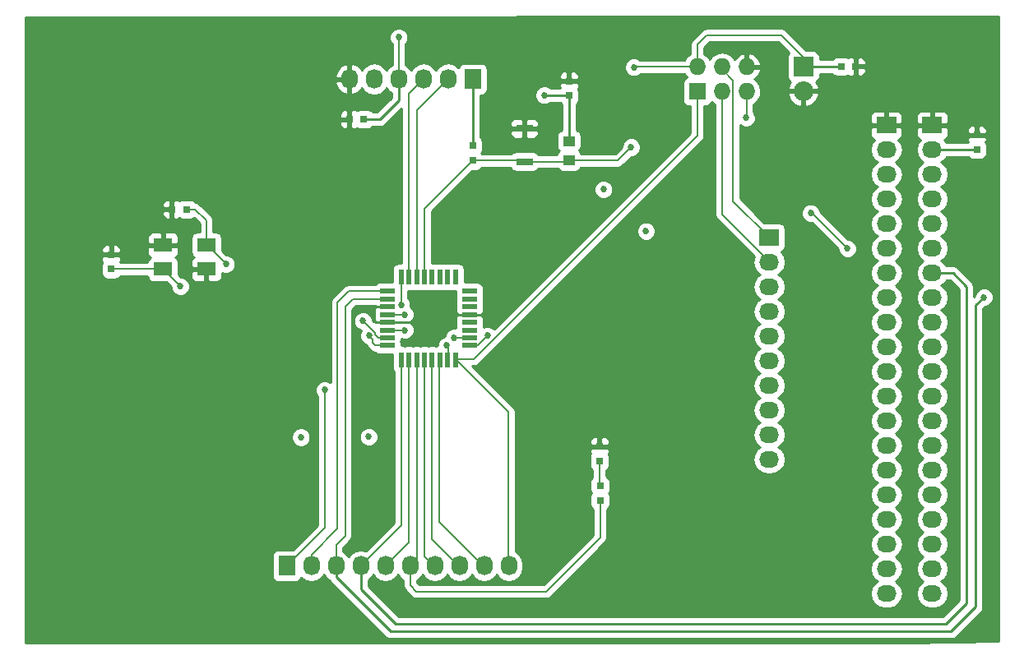
<source format=gtl>
G04 #@! TF.FileFunction,Copper,L1,Top,Signal*
%FSLAX46Y46*%
G04 Gerber Fmt 4.6, Leading zero omitted, Abs format (unit mm)*
G04 Created by KiCad (PCBNEW 4.0.6) date Sat Aug 26 00:36:03 2017*
%MOMM*%
%LPD*%
G01*
G04 APERTURE LIST*
%ADD10C,0.100000*%
%ADD11R,1.600000X0.550000*%
%ADD12R,0.550000X1.600000*%
%ADD13R,0.750000X0.800000*%
%ADD14R,0.800000X0.750000*%
%ADD15R,1.727200X2.032000*%
%ADD16O,1.727200X2.032000*%
%ADD17R,1.727200X1.727200*%
%ADD18O,1.727200X1.727200*%
%ADD19R,2.032000X1.727200*%
%ADD20O,2.032000X1.727200*%
%ADD21R,1.250000X1.000000*%
%ADD22R,1.700000X0.800000*%
%ADD23R,1.905000X1.397000*%
%ADD24R,2.032000X2.032000*%
%ADD25O,2.032000X2.032000*%
%ADD26C,0.685800*%
%ADD27C,0.330200*%
%ADD28C,0.152400*%
%ADD29C,0.254000*%
G04 APERTURE END LIST*
D10*
D11*
X162374000Y-79496000D03*
X162374000Y-80296000D03*
X162374000Y-81096000D03*
X162374000Y-81896000D03*
X162374000Y-82696000D03*
X162374000Y-83496000D03*
X162374000Y-84296000D03*
X162374000Y-85096000D03*
D12*
X163824000Y-86546000D03*
X164624000Y-86546000D03*
X165424000Y-86546000D03*
X166224000Y-86546000D03*
X167024000Y-86546000D03*
X167824000Y-86546000D03*
X168624000Y-86546000D03*
X169424000Y-86546000D03*
D11*
X170874000Y-85096000D03*
X170874000Y-84296000D03*
X170874000Y-83496000D03*
X170874000Y-82696000D03*
X170874000Y-81896000D03*
X170874000Y-81096000D03*
X170874000Y-80296000D03*
X170874000Y-79496000D03*
D12*
X169424000Y-78046000D03*
X168624000Y-78046000D03*
X167824000Y-78046000D03*
X167024000Y-78046000D03*
X166224000Y-78046000D03*
X165424000Y-78046000D03*
X164624000Y-78046000D03*
X163824000Y-78046000D03*
D13*
X171196000Y-66028000D03*
X171196000Y-64528000D03*
D14*
X141720000Y-71060000D03*
X140220000Y-71060000D03*
D13*
X133970000Y-77220000D03*
X133970000Y-75720000D03*
X181102000Y-59342720D03*
X181102000Y-57842720D03*
D14*
X159992760Y-61798200D03*
X158492760Y-61798200D03*
X209114960Y-56347360D03*
X210614960Y-56347360D03*
D13*
X223090740Y-64902780D03*
X223090740Y-63402780D03*
D15*
X171210000Y-57660000D03*
D16*
X168670000Y-57660000D03*
X166130000Y-57660000D03*
X163590000Y-57660000D03*
X161050000Y-57660000D03*
X158510000Y-57660000D03*
D17*
X194310000Y-58928000D03*
D18*
X194310000Y-56388000D03*
X196850000Y-58928000D03*
X196850000Y-56388000D03*
X199390000Y-58928000D03*
X199390000Y-56388000D03*
D15*
X152050000Y-107790000D03*
D16*
X154590000Y-107790000D03*
X157130000Y-107790000D03*
X159670000Y-107790000D03*
X162210000Y-107790000D03*
X164750000Y-107790000D03*
X167290000Y-107790000D03*
X169830000Y-107790000D03*
X172370000Y-107790000D03*
X174910000Y-107790000D03*
D19*
X201710000Y-73960000D03*
D20*
X201710000Y-76500000D03*
X201710000Y-79040000D03*
X201710000Y-81580000D03*
X201710000Y-84120000D03*
X201710000Y-86660000D03*
X201710000Y-89200000D03*
X201710000Y-91740000D03*
X201710000Y-94280000D03*
X201710000Y-96820000D03*
D13*
X184244200Y-95485600D03*
X184244200Y-96985600D03*
D21*
X181102000Y-64024000D03*
X181102000Y-66024000D03*
D13*
X184299600Y-101035200D03*
X184299600Y-99535200D03*
D22*
X176530000Y-66138000D03*
X176530000Y-62738000D03*
D23*
X139305600Y-77223200D03*
X143776000Y-77223200D03*
X139305600Y-74734000D03*
X143776000Y-74734000D03*
D19*
X218500000Y-62390000D03*
D20*
X218500000Y-64930000D03*
X218500000Y-67470000D03*
X218500000Y-70010000D03*
X218500000Y-72550000D03*
X218500000Y-75090000D03*
X218500000Y-77630000D03*
X218500000Y-80170000D03*
X218500000Y-82710000D03*
X218500000Y-85250000D03*
X218500000Y-87790000D03*
X218500000Y-90330000D03*
X218500000Y-92870000D03*
X218500000Y-95410000D03*
X218500000Y-97950000D03*
X218500000Y-100490000D03*
X218500000Y-103030000D03*
X218500000Y-105570000D03*
X218500000Y-108110000D03*
X218500000Y-110650000D03*
D19*
X213780000Y-62390000D03*
D20*
X213780000Y-64930000D03*
X213780000Y-67470000D03*
X213780000Y-70010000D03*
X213780000Y-72550000D03*
X213780000Y-75090000D03*
X213780000Y-77630000D03*
X213780000Y-80170000D03*
X213780000Y-82710000D03*
X213780000Y-85250000D03*
X213780000Y-87790000D03*
X213780000Y-90330000D03*
X213780000Y-92870000D03*
X213780000Y-95410000D03*
X213780000Y-97950000D03*
X213780000Y-100490000D03*
X213780000Y-103030000D03*
X213780000Y-105570000D03*
X213780000Y-108110000D03*
X213780000Y-110650000D03*
D24*
X205240000Y-56350000D03*
D25*
X205240000Y-58890000D03*
D26*
X160487360Y-94493080D03*
X153504900Y-94538800D03*
X184658000Y-69011800D03*
X189026800Y-73304400D03*
X199331580Y-61630560D03*
X187512960Y-64658240D03*
X159893000Y-82550000D03*
X145796000Y-76708000D03*
X160528000Y-84074000D03*
X141097000Y-78994000D03*
X163830000Y-80899000D03*
X155956000Y-89662000D03*
X169290000Y-84300000D03*
X164210000Y-83500000D03*
X164210000Y-81900000D03*
X178572160Y-59311540D03*
X163590000Y-53340000D03*
X187790000Y-56430000D03*
X172720000Y-84074000D03*
X168529000Y-85090000D03*
X205994000Y-71450200D03*
X209778600Y-75107800D03*
X223824800Y-80111600D03*
D27*
X189179200Y-73355200D02*
X189077600Y-73355200D01*
X189077600Y-73355200D02*
X189026800Y-73304400D01*
D28*
X181102000Y-66024000D02*
X186147200Y-66024000D01*
X199390000Y-61572140D02*
X199390000Y-58928000D01*
X199331580Y-61630560D02*
X199390000Y-61572140D01*
X186147200Y-66024000D02*
X187512960Y-64658240D01*
X181102000Y-66024000D02*
X181102000Y-66040000D01*
X166243000Y-78105000D02*
X166224000Y-78046000D01*
X166243000Y-70993000D02*
X166243000Y-78105000D01*
X171196000Y-66040000D02*
X166243000Y-70993000D01*
X171196000Y-66028000D02*
X171196000Y-66040000D01*
X176530000Y-66138000D02*
X180988000Y-66138000D01*
X180988000Y-66138000D02*
X181102000Y-66024000D01*
X171196000Y-66028000D02*
X176420000Y-66028000D01*
X176420000Y-66028000D02*
X176530000Y-66138000D01*
D29*
X171210000Y-57660000D02*
X171210000Y-64514000D01*
X171210000Y-64514000D02*
X171196000Y-64528000D01*
X170874000Y-81896000D02*
X169544000Y-81896000D01*
X169544000Y-81896000D02*
X169520000Y-81920000D01*
X161074000Y-82554000D02*
X161080000Y-82560000D01*
X161074000Y-81096000D02*
X161074000Y-82554000D01*
X161216000Y-82696000D02*
X161080000Y-82560000D01*
X162374000Y-82696000D02*
X161216000Y-82696000D01*
X164904000Y-82696000D02*
X164940000Y-82660000D01*
X162374000Y-82696000D02*
X164904000Y-82696000D01*
X162374000Y-81096000D02*
X161074000Y-81096000D01*
X161074000Y-81096000D02*
X161040000Y-81130000D01*
X170874000Y-81896000D02*
X172386000Y-81896000D01*
X172386000Y-81896000D02*
X172460000Y-81970000D01*
X158492760Y-61798200D02*
X158492760Y-57677240D01*
X158492760Y-57677240D02*
X158510000Y-57660000D01*
D28*
X205240000Y-58890000D02*
X202980000Y-58890000D01*
X200478000Y-56388000D02*
X199390000Y-56388000D01*
X202980000Y-58890000D02*
X200478000Y-56388000D01*
X162374000Y-84296000D02*
X161461200Y-84296000D01*
X145796000Y-76708000D02*
X143764000Y-74676000D01*
X161137600Y-83794600D02*
X159893000Y-82550000D01*
X161137600Y-83972400D02*
X161137600Y-83794600D01*
X161461200Y-84296000D02*
X161137600Y-83972400D01*
X162433000Y-84328000D02*
X162374000Y-84296000D01*
X162179000Y-84277200D02*
X162433000Y-84328000D01*
X143776000Y-74734000D02*
X143764000Y-74676000D01*
X141720000Y-71060000D02*
X142640000Y-71060000D01*
X142640000Y-71060000D02*
X143776000Y-72196000D01*
X143776000Y-72196000D02*
X143776000Y-74734000D01*
X160528000Y-84074000D02*
X160909000Y-84455000D01*
X139319000Y-77216000D02*
X141097000Y-78994000D01*
X161169000Y-85096000D02*
X162374000Y-85096000D01*
X160909000Y-84836000D02*
X161169000Y-85096000D01*
X160909000Y-84455000D02*
X160909000Y-84836000D01*
X162433000Y-85090000D02*
X162374000Y-85096000D01*
X139305600Y-77223200D02*
X139319000Y-77216000D01*
X139305600Y-77223200D02*
X133973200Y-77223200D01*
X133973200Y-77223200D02*
X133970000Y-77220000D01*
X165481000Y-78105000D02*
X165424000Y-78046000D01*
X165481000Y-60833000D02*
X165481000Y-78105000D01*
X168656000Y-57658000D02*
X165481000Y-60833000D01*
X168670000Y-57660000D02*
X168656000Y-57658000D01*
X164592000Y-78105000D02*
X164624000Y-78046000D01*
X164592000Y-59182000D02*
X164592000Y-78105000D01*
X166116000Y-57658000D02*
X164592000Y-59182000D01*
X166130000Y-57660000D02*
X166116000Y-57658000D01*
X194310000Y-63500000D02*
X194310000Y-58928000D01*
X171323000Y-86487000D02*
X194310000Y-63500000D01*
X169418000Y-86487000D02*
X171323000Y-86487000D01*
X174879000Y-107823000D02*
X174910000Y-107790000D01*
X174879000Y-91948000D02*
X174879000Y-107823000D01*
X169418000Y-86487000D02*
X174879000Y-91948000D01*
X169424000Y-86546000D02*
X169418000Y-86487000D01*
X169424000Y-86546000D02*
X169418000Y-86614000D01*
X175006000Y-107696000D02*
X174910000Y-107790000D01*
X163830000Y-78105000D02*
X163824000Y-78046000D01*
X163830000Y-80899000D02*
X163830000Y-78105000D01*
X155956000Y-103886000D02*
X155956000Y-89662000D01*
X152019000Y-107823000D02*
X155956000Y-103886000D01*
X152050000Y-107790000D02*
X152019000Y-107823000D01*
X163824000Y-78046000D02*
X163830000Y-77978000D01*
X152146000Y-107696000D02*
X152050000Y-107790000D01*
X162374000Y-79496000D02*
X158451200Y-79496000D01*
X154590000Y-106661700D02*
X154590000Y-107790000D01*
X157276800Y-103974900D02*
X154590000Y-106661700D01*
X157276800Y-80670400D02*
X157276800Y-103974900D01*
X158451200Y-79496000D02*
X157276800Y-80670400D01*
X162433000Y-79502000D02*
X162374000Y-79496000D01*
X162306000Y-79502000D02*
X162374000Y-79496000D01*
X154590000Y-107790000D02*
X154559000Y-107823000D01*
X154590000Y-107790000D02*
X154686000Y-107696000D01*
X164592000Y-86487000D02*
X164624000Y-86546000D01*
X164592000Y-105410000D02*
X164592000Y-86487000D01*
X162179000Y-107823000D02*
X164592000Y-105410000D01*
X162210000Y-107790000D02*
X162179000Y-107823000D01*
X164592000Y-86614000D02*
X164624000Y-86546000D01*
X162210000Y-107790000D02*
X162306000Y-107696000D01*
X164750000Y-107790000D02*
X164750000Y-109784400D01*
X184299600Y-104904800D02*
X184299600Y-101035200D01*
X178765200Y-110439200D02*
X184299600Y-104904800D01*
X165404800Y-110439200D02*
X178765200Y-110439200D01*
X164750000Y-109784400D02*
X165404800Y-110439200D01*
D29*
X184389600Y-100945200D02*
X184299600Y-101035200D01*
X184419600Y-100945200D02*
X184329600Y-101035200D01*
D28*
X165481000Y-86487000D02*
X165424000Y-86546000D01*
X165481000Y-107061000D02*
X165481000Y-86487000D01*
X164719000Y-107823000D02*
X165481000Y-107061000D01*
X164750000Y-107790000D02*
X164719000Y-107823000D01*
X165354000Y-86614000D02*
X165424000Y-86546000D01*
X164750000Y-107790000D02*
X164846000Y-107696000D01*
X164846000Y-107696000D02*
X165354000Y-107188000D01*
X166243000Y-86487000D02*
X166224000Y-86546000D01*
X166243000Y-106807000D02*
X166243000Y-86487000D01*
X167259000Y-107823000D02*
X166243000Y-106807000D01*
X167290000Y-107790000D02*
X167259000Y-107823000D01*
X166116000Y-86614000D02*
X166224000Y-86546000D01*
X167290000Y-107790000D02*
X167386000Y-107696000D01*
X167005000Y-86487000D02*
X167024000Y-86546000D01*
X167005000Y-105029000D02*
X167005000Y-86487000D01*
X169799000Y-107823000D02*
X167005000Y-105029000D01*
X169830000Y-107790000D02*
X169799000Y-107823000D01*
X167024000Y-86546000D02*
X167132000Y-86614000D01*
X169926000Y-107696000D02*
X169830000Y-107790000D01*
X167824000Y-86546000D02*
X167894000Y-86614000D01*
X167767000Y-86487000D02*
X167824000Y-86546000D01*
X167767000Y-103251000D02*
X167767000Y-86487000D01*
X172339000Y-107823000D02*
X167767000Y-103251000D01*
X172370000Y-107790000D02*
X172339000Y-107823000D01*
X172466000Y-107696000D02*
X172370000Y-107790000D01*
X184244200Y-96985600D02*
X184244200Y-99479800D01*
X184244200Y-99479800D02*
X184299600Y-99535200D01*
D29*
X184269600Y-99505200D02*
X184299600Y-99535200D01*
X184219600Y-99425200D02*
X184329600Y-99535200D01*
D28*
X201676000Y-91694000D02*
X201710000Y-91740000D01*
X170874000Y-84296000D02*
X169294000Y-84296000D01*
X169294000Y-84296000D02*
X169290000Y-84300000D01*
X162374000Y-83496000D02*
X164206000Y-83496000D01*
X164206000Y-83496000D02*
X164210000Y-83500000D01*
X162374000Y-81896000D02*
X164206000Y-81896000D01*
X164206000Y-81896000D02*
X164210000Y-81900000D01*
D29*
X205240000Y-56350000D02*
X209112320Y-56350000D01*
X209112320Y-56350000D02*
X209114960Y-56347360D01*
X181102000Y-59342720D02*
X178603340Y-59342720D01*
X178603340Y-59342720D02*
X178572160Y-59311540D01*
X181102000Y-64024000D02*
X181102000Y-59342720D01*
X218500000Y-64930000D02*
X223063520Y-64930000D01*
X223063520Y-64930000D02*
X223090740Y-64902780D01*
X159992760Y-61798200D02*
X161650680Y-61798200D01*
X163590000Y-59858880D02*
X163590000Y-57660000D01*
X161650680Y-61798200D02*
X163590000Y-59858880D01*
D28*
X163590000Y-57660000D02*
X163590000Y-53340000D01*
X194310000Y-56388000D02*
X187832000Y-56388000D01*
X187832000Y-56388000D02*
X187790000Y-56430000D01*
X205240000Y-56350000D02*
X205240000Y-55400000D01*
X205240000Y-55400000D02*
X202960000Y-53120000D01*
X202960000Y-53120000D02*
X195290000Y-53120000D01*
X195290000Y-53120000D02*
X194310000Y-54100000D01*
X194310000Y-54100000D02*
X194310000Y-56388000D01*
X171704000Y-85090000D02*
X172720000Y-84074000D01*
X170815000Y-85090000D02*
X171704000Y-85090000D01*
X170874000Y-85096000D02*
X170815000Y-85090000D01*
X196850000Y-71628000D02*
X196850000Y-58928000D01*
X201676000Y-76454000D02*
X196850000Y-71628000D01*
X201710000Y-76500000D02*
X201676000Y-76454000D01*
X170874000Y-85096000D02*
X170942000Y-85090000D01*
X201710000Y-76500000D02*
X201676000Y-76454000D01*
X168656000Y-86487000D02*
X168624000Y-86546000D01*
X168529000Y-85090000D02*
X168656000Y-85217000D01*
X168656000Y-85217000D02*
X168656000Y-86487000D01*
X206121000Y-71450200D02*
X205994000Y-71450200D01*
X209778600Y-75107800D02*
X206121000Y-71450200D01*
X196850000Y-56642000D02*
X196850000Y-56388000D01*
X197993000Y-57785000D02*
X196850000Y-56642000D01*
X197993000Y-70231000D02*
X197993000Y-57785000D01*
X201676000Y-73914000D02*
X197993000Y-70231000D01*
X201710000Y-73960000D02*
X201676000Y-73914000D01*
X201710000Y-73960000D02*
X201676000Y-73914000D01*
D29*
X218500000Y-77630000D02*
X220632000Y-77630000D01*
X159670000Y-110216200D02*
X159670000Y-107790000D01*
X163245800Y-113792000D02*
X159670000Y-110216200D01*
X219887800Y-113792000D02*
X163245800Y-113792000D01*
X222021400Y-111658400D02*
X219887800Y-113792000D01*
X222021400Y-79019400D02*
X222021400Y-111658400D01*
X220632000Y-77630000D02*
X222021400Y-79019400D01*
D28*
X163830000Y-86487000D02*
X163824000Y-86546000D01*
X163830000Y-103632000D02*
X163830000Y-86487000D01*
X159639000Y-107823000D02*
X163830000Y-103632000D01*
X159670000Y-107790000D02*
X159639000Y-107823000D01*
X163830000Y-86614000D02*
X163824000Y-86546000D01*
X159670000Y-107790000D02*
X159766000Y-107696000D01*
X162374000Y-80296000D02*
X158865320Y-80296000D01*
X157130000Y-105653320D02*
X157130000Y-107790000D01*
X158054040Y-104729280D02*
X157130000Y-105653320D01*
X158054040Y-81107280D02*
X158054040Y-104729280D01*
X158865320Y-80296000D02*
X158054040Y-81107280D01*
X162374000Y-80296000D02*
X162433000Y-80264000D01*
X162306000Y-80264000D02*
X162374000Y-80296000D01*
D29*
X223824800Y-80111600D02*
X222986600Y-80949800D01*
X222986600Y-80949800D02*
X222986600Y-112014000D01*
X222986600Y-112014000D02*
X220446600Y-114554000D01*
X220446600Y-114554000D02*
X162712400Y-114554000D01*
X162712400Y-114554000D02*
X157130000Y-108971600D01*
X157130000Y-108971600D02*
X157130000Y-107790000D01*
D28*
X157099000Y-107823000D02*
X157130000Y-107790000D01*
X157130000Y-107790000D02*
X157226000Y-107696000D01*
D29*
G36*
X225351340Y-115561230D02*
X215827014Y-115737640D01*
X209316320Y-115737640D01*
X209305244Y-115739843D01*
X209300000Y-115738800D01*
X125171200Y-115738800D01*
X125171200Y-106774000D01*
X150538960Y-106774000D01*
X150538960Y-108806000D01*
X150583238Y-109041317D01*
X150722310Y-109257441D01*
X150934510Y-109402431D01*
X151186400Y-109453440D01*
X152913600Y-109453440D01*
X153148917Y-109409162D01*
X153365041Y-109270090D01*
X153510031Y-109057890D01*
X153518400Y-109016561D01*
X153530330Y-109034415D01*
X154016511Y-109359271D01*
X154590000Y-109473345D01*
X155163489Y-109359271D01*
X155649670Y-109034415D01*
X155860000Y-108719634D01*
X156070330Y-109034415D01*
X156436704Y-109279218D01*
X156553624Y-109454201D01*
X156591185Y-109510415D01*
X162173585Y-115092816D01*
X162321777Y-115191834D01*
X162420795Y-115257996D01*
X162712400Y-115316000D01*
X220446600Y-115316000D01*
X220738205Y-115257996D01*
X220985415Y-115092815D01*
X223525415Y-112552816D01*
X223690596Y-112305605D01*
X223721826Y-112148600D01*
X223748600Y-112014000D01*
X223748600Y-81265430D01*
X223924443Y-81089587D01*
X224018463Y-81089669D01*
X224378012Y-80941107D01*
X224653340Y-80666259D01*
X224802530Y-80306970D01*
X224802869Y-79917937D01*
X224654307Y-79558388D01*
X224379459Y-79283060D01*
X224020170Y-79133870D01*
X223631137Y-79133531D01*
X223271588Y-79282093D01*
X222996260Y-79556941D01*
X222847070Y-79916230D01*
X222846987Y-80011783D01*
X222783400Y-80075370D01*
X222783400Y-79019400D01*
X222725396Y-78727795D01*
X222677553Y-78656193D01*
X222560215Y-78480584D01*
X221170815Y-77091185D01*
X221061633Y-77018232D01*
X220923605Y-76926004D01*
X220632000Y-76868000D01*
X219943312Y-76868000D01*
X219744415Y-76570330D01*
X219429634Y-76360000D01*
X219744415Y-76149670D01*
X220069271Y-75663489D01*
X220183345Y-75090000D01*
X220069271Y-74516511D01*
X219744415Y-74030330D01*
X219429634Y-73820000D01*
X219744415Y-73609670D01*
X220069271Y-73123489D01*
X220183345Y-72550000D01*
X220069271Y-71976511D01*
X219744415Y-71490330D01*
X219429634Y-71280000D01*
X219744415Y-71069670D01*
X220069271Y-70583489D01*
X220183345Y-70010000D01*
X220069271Y-69436511D01*
X219744415Y-68950330D01*
X219429634Y-68740000D01*
X219744415Y-68529670D01*
X220069271Y-68043489D01*
X220183345Y-67470000D01*
X220069271Y-66896511D01*
X219744415Y-66410330D01*
X219429634Y-66200000D01*
X219744415Y-65989670D01*
X219943312Y-65692000D01*
X222211612Y-65692000D01*
X222251650Y-65754221D01*
X222463850Y-65899211D01*
X222715740Y-65950220D01*
X223465740Y-65950220D01*
X223701057Y-65905942D01*
X223917181Y-65766870D01*
X224062171Y-65554670D01*
X224113180Y-65302780D01*
X224113180Y-64502780D01*
X224068902Y-64267463D01*
X224002411Y-64164134D01*
X224004067Y-64162478D01*
X224100740Y-63929089D01*
X224100740Y-63688530D01*
X223941990Y-63529780D01*
X223217740Y-63529780D01*
X223217740Y-63549780D01*
X222963740Y-63549780D01*
X222963740Y-63529780D01*
X222239490Y-63529780D01*
X222080740Y-63688530D01*
X222080740Y-63929089D01*
X222177413Y-64162478D01*
X222178783Y-64163848D01*
X222175945Y-64168000D01*
X219943312Y-64168000D01*
X219744415Y-63870330D01*
X219722220Y-63855500D01*
X219875698Y-63791927D01*
X220054327Y-63613299D01*
X220151000Y-63379910D01*
X220151000Y-62876471D01*
X222080740Y-62876471D01*
X222080740Y-63117030D01*
X222239490Y-63275780D01*
X222963740Y-63275780D01*
X222963740Y-62526530D01*
X223217740Y-62526530D01*
X223217740Y-63275780D01*
X223941990Y-63275780D01*
X224100740Y-63117030D01*
X224100740Y-62876471D01*
X224004067Y-62643082D01*
X223825439Y-62464453D01*
X223592050Y-62367780D01*
X223376490Y-62367780D01*
X223217740Y-62526530D01*
X222963740Y-62526530D01*
X222804990Y-62367780D01*
X222589430Y-62367780D01*
X222356041Y-62464453D01*
X222177413Y-62643082D01*
X222080740Y-62876471D01*
X220151000Y-62876471D01*
X220151000Y-62675750D01*
X219992250Y-62517000D01*
X218627000Y-62517000D01*
X218627000Y-62537000D01*
X218373000Y-62537000D01*
X218373000Y-62517000D01*
X217007750Y-62517000D01*
X216849000Y-62675750D01*
X216849000Y-63379910D01*
X216945673Y-63613299D01*
X217124302Y-63791927D01*
X217277780Y-63855500D01*
X217255585Y-63870330D01*
X216930729Y-64356511D01*
X216816655Y-64930000D01*
X216930729Y-65503489D01*
X217255585Y-65989670D01*
X217570366Y-66200000D01*
X217255585Y-66410330D01*
X216930729Y-66896511D01*
X216816655Y-67470000D01*
X216930729Y-68043489D01*
X217255585Y-68529670D01*
X217570366Y-68740000D01*
X217255585Y-68950330D01*
X216930729Y-69436511D01*
X216816655Y-70010000D01*
X216930729Y-70583489D01*
X217255585Y-71069670D01*
X217570366Y-71280000D01*
X217255585Y-71490330D01*
X216930729Y-71976511D01*
X216816655Y-72550000D01*
X216930729Y-73123489D01*
X217255585Y-73609670D01*
X217570366Y-73820000D01*
X217255585Y-74030330D01*
X216930729Y-74516511D01*
X216816655Y-75090000D01*
X216930729Y-75663489D01*
X217255585Y-76149670D01*
X217570366Y-76360000D01*
X217255585Y-76570330D01*
X216930729Y-77056511D01*
X216816655Y-77630000D01*
X216930729Y-78203489D01*
X217255585Y-78689670D01*
X217570366Y-78900000D01*
X217255585Y-79110330D01*
X216930729Y-79596511D01*
X216816655Y-80170000D01*
X216930729Y-80743489D01*
X217255585Y-81229670D01*
X217570366Y-81440000D01*
X217255585Y-81650330D01*
X216930729Y-82136511D01*
X216816655Y-82710000D01*
X216930729Y-83283489D01*
X217255585Y-83769670D01*
X217570366Y-83980000D01*
X217255585Y-84190330D01*
X216930729Y-84676511D01*
X216816655Y-85250000D01*
X216930729Y-85823489D01*
X217255585Y-86309670D01*
X217570366Y-86520000D01*
X217255585Y-86730330D01*
X216930729Y-87216511D01*
X216816655Y-87790000D01*
X216930729Y-88363489D01*
X217255585Y-88849670D01*
X217570366Y-89060000D01*
X217255585Y-89270330D01*
X216930729Y-89756511D01*
X216816655Y-90330000D01*
X216930729Y-90903489D01*
X217255585Y-91389670D01*
X217570366Y-91600000D01*
X217255585Y-91810330D01*
X216930729Y-92296511D01*
X216816655Y-92870000D01*
X216930729Y-93443489D01*
X217255585Y-93929670D01*
X217570366Y-94140000D01*
X217255585Y-94350330D01*
X216930729Y-94836511D01*
X216816655Y-95410000D01*
X216930729Y-95983489D01*
X217255585Y-96469670D01*
X217570366Y-96680000D01*
X217255585Y-96890330D01*
X216930729Y-97376511D01*
X216816655Y-97950000D01*
X216930729Y-98523489D01*
X217255585Y-99009670D01*
X217570366Y-99220000D01*
X217255585Y-99430330D01*
X216930729Y-99916511D01*
X216816655Y-100490000D01*
X216930729Y-101063489D01*
X217255585Y-101549670D01*
X217570366Y-101760000D01*
X217255585Y-101970330D01*
X216930729Y-102456511D01*
X216816655Y-103030000D01*
X216930729Y-103603489D01*
X217255585Y-104089670D01*
X217570366Y-104300000D01*
X217255585Y-104510330D01*
X216930729Y-104996511D01*
X216816655Y-105570000D01*
X216930729Y-106143489D01*
X217255585Y-106629670D01*
X217570366Y-106840000D01*
X217255585Y-107050330D01*
X216930729Y-107536511D01*
X216816655Y-108110000D01*
X216930729Y-108683489D01*
X217255585Y-109169670D01*
X217570366Y-109380000D01*
X217255585Y-109590330D01*
X216930729Y-110076511D01*
X216816655Y-110650000D01*
X216930729Y-111223489D01*
X217255585Y-111709670D01*
X217741766Y-112034526D01*
X218315255Y-112148600D01*
X218684745Y-112148600D01*
X219258234Y-112034526D01*
X219744415Y-111709670D01*
X220069271Y-111223489D01*
X220183345Y-110650000D01*
X220069271Y-110076511D01*
X219744415Y-109590330D01*
X219429634Y-109380000D01*
X219744415Y-109169670D01*
X220069271Y-108683489D01*
X220183345Y-108110000D01*
X220069271Y-107536511D01*
X219744415Y-107050330D01*
X219429634Y-106840000D01*
X219744415Y-106629670D01*
X220069271Y-106143489D01*
X220183345Y-105570000D01*
X220069271Y-104996511D01*
X219744415Y-104510330D01*
X219429634Y-104300000D01*
X219744415Y-104089670D01*
X220069271Y-103603489D01*
X220183345Y-103030000D01*
X220069271Y-102456511D01*
X219744415Y-101970330D01*
X219429634Y-101760000D01*
X219744415Y-101549670D01*
X220069271Y-101063489D01*
X220183345Y-100490000D01*
X220069271Y-99916511D01*
X219744415Y-99430330D01*
X219429634Y-99220000D01*
X219744415Y-99009670D01*
X220069271Y-98523489D01*
X220183345Y-97950000D01*
X220069271Y-97376511D01*
X219744415Y-96890330D01*
X219429634Y-96680000D01*
X219744415Y-96469670D01*
X220069271Y-95983489D01*
X220183345Y-95410000D01*
X220069271Y-94836511D01*
X219744415Y-94350330D01*
X219429634Y-94140000D01*
X219744415Y-93929670D01*
X220069271Y-93443489D01*
X220183345Y-92870000D01*
X220069271Y-92296511D01*
X219744415Y-91810330D01*
X219429634Y-91600000D01*
X219744415Y-91389670D01*
X220069271Y-90903489D01*
X220183345Y-90330000D01*
X220069271Y-89756511D01*
X219744415Y-89270330D01*
X219429634Y-89060000D01*
X219744415Y-88849670D01*
X220069271Y-88363489D01*
X220183345Y-87790000D01*
X220069271Y-87216511D01*
X219744415Y-86730330D01*
X219429634Y-86520000D01*
X219744415Y-86309670D01*
X220069271Y-85823489D01*
X220183345Y-85250000D01*
X220069271Y-84676511D01*
X219744415Y-84190330D01*
X219429634Y-83980000D01*
X219744415Y-83769670D01*
X220069271Y-83283489D01*
X220183345Y-82710000D01*
X220069271Y-82136511D01*
X219744415Y-81650330D01*
X219429634Y-81440000D01*
X219744415Y-81229670D01*
X220069271Y-80743489D01*
X220183345Y-80170000D01*
X220069271Y-79596511D01*
X219744415Y-79110330D01*
X219429634Y-78900000D01*
X219744415Y-78689670D01*
X219943312Y-78392000D01*
X220316370Y-78392000D01*
X221259400Y-79335031D01*
X221259400Y-111342770D01*
X219572170Y-113030000D01*
X163561430Y-113030000D01*
X160432000Y-109900570D01*
X160432000Y-109233312D01*
X160729670Y-109034415D01*
X160940000Y-108719634D01*
X161150330Y-109034415D01*
X161636511Y-109359271D01*
X162210000Y-109473345D01*
X162783489Y-109359271D01*
X163269670Y-109034415D01*
X163480000Y-108719634D01*
X163690330Y-109034415D01*
X164038800Y-109267255D01*
X164038800Y-109784400D01*
X164092937Y-110056565D01*
X164247106Y-110287294D01*
X164901906Y-110942094D01*
X165132635Y-111096263D01*
X165177790Y-111105245D01*
X165404800Y-111150400D01*
X178765200Y-111150400D01*
X179037365Y-111096263D01*
X179268094Y-110942094D01*
X184802495Y-105407694D01*
X184956663Y-105176964D01*
X185010800Y-104904800D01*
X185010800Y-101973446D01*
X185126041Y-101899290D01*
X185271031Y-101687090D01*
X185322040Y-101435200D01*
X185322040Y-100635200D01*
X185277762Y-100399883D01*
X185203980Y-100285222D01*
X185271031Y-100187090D01*
X185322040Y-99935200D01*
X185322040Y-99135200D01*
X185277762Y-98899883D01*
X185138690Y-98683759D01*
X184955400Y-98558522D01*
X184955400Y-97923846D01*
X185070641Y-97849690D01*
X185215631Y-97637490D01*
X185266640Y-97385600D01*
X185266640Y-96585600D01*
X185222362Y-96350283D01*
X185155871Y-96246954D01*
X185157527Y-96245298D01*
X185254200Y-96011909D01*
X185254200Y-95771350D01*
X185095450Y-95612600D01*
X184371200Y-95612600D01*
X184371200Y-95632600D01*
X184117200Y-95632600D01*
X184117200Y-95612600D01*
X183392950Y-95612600D01*
X183234200Y-95771350D01*
X183234200Y-96011909D01*
X183330873Y-96245298D01*
X183332243Y-96246668D01*
X183272769Y-96333710D01*
X183221760Y-96585600D01*
X183221760Y-97385600D01*
X183266038Y-97620917D01*
X183405110Y-97837041D01*
X183533000Y-97924424D01*
X183533000Y-98632603D01*
X183473159Y-98671110D01*
X183328169Y-98883310D01*
X183277160Y-99135200D01*
X183277160Y-99935200D01*
X183321438Y-100170517D01*
X183395220Y-100285178D01*
X183328169Y-100383310D01*
X183277160Y-100635200D01*
X183277160Y-101435200D01*
X183321438Y-101670517D01*
X183460510Y-101886641D01*
X183588400Y-101974024D01*
X183588400Y-104610211D01*
X178470612Y-109728000D01*
X165699388Y-109728000D01*
X165461200Y-109489812D01*
X165461200Y-109267255D01*
X165809670Y-109034415D01*
X166020000Y-108719634D01*
X166230330Y-109034415D01*
X166716511Y-109359271D01*
X167290000Y-109473345D01*
X167863489Y-109359271D01*
X168349670Y-109034415D01*
X168560000Y-108719634D01*
X168770330Y-109034415D01*
X169256511Y-109359271D01*
X169830000Y-109473345D01*
X170403489Y-109359271D01*
X170889670Y-109034415D01*
X171100000Y-108719634D01*
X171310330Y-109034415D01*
X171796511Y-109359271D01*
X172370000Y-109473345D01*
X172943489Y-109359271D01*
X173429670Y-109034415D01*
X173640000Y-108719634D01*
X173850330Y-109034415D01*
X174336511Y-109359271D01*
X174910000Y-109473345D01*
X175483489Y-109359271D01*
X175969670Y-109034415D01*
X176294526Y-108548234D01*
X176408600Y-107974745D01*
X176408600Y-107605255D01*
X176294526Y-107031766D01*
X175969670Y-106545585D01*
X175590200Y-106292031D01*
X175590200Y-94959291D01*
X183234200Y-94959291D01*
X183234200Y-95199850D01*
X183392950Y-95358600D01*
X184117200Y-95358600D01*
X184117200Y-94609350D01*
X184371200Y-94609350D01*
X184371200Y-95358600D01*
X185095450Y-95358600D01*
X185254200Y-95199850D01*
X185254200Y-94959291D01*
X185157527Y-94725902D01*
X184978899Y-94547273D01*
X184745510Y-94450600D01*
X184529950Y-94450600D01*
X184371200Y-94609350D01*
X184117200Y-94609350D01*
X183958450Y-94450600D01*
X183742890Y-94450600D01*
X183509501Y-94547273D01*
X183330873Y-94725902D01*
X183234200Y-94959291D01*
X175590200Y-94959291D01*
X175590200Y-91948000D01*
X175536063Y-91675836D01*
X175536063Y-91675835D01*
X175381894Y-91445105D01*
X171134988Y-87198200D01*
X171323000Y-87198200D01*
X171595165Y-87144063D01*
X171825894Y-86989894D01*
X185317725Y-73498063D01*
X188048731Y-73498063D01*
X188197293Y-73857612D01*
X188472141Y-74132940D01*
X188831430Y-74282130D01*
X189220463Y-74282469D01*
X189580012Y-74133907D01*
X189855340Y-73859059D01*
X190004530Y-73499770D01*
X190004869Y-73110737D01*
X189856307Y-72751188D01*
X189581459Y-72475860D01*
X189222170Y-72326670D01*
X188833137Y-72326331D01*
X188473588Y-72474893D01*
X188198260Y-72749741D01*
X188049070Y-73109030D01*
X188048731Y-73498063D01*
X185317725Y-73498063D01*
X194812894Y-64002894D01*
X194967063Y-63772165D01*
X194985294Y-63680510D01*
X195021200Y-63500000D01*
X195021200Y-60439040D01*
X195173600Y-60439040D01*
X195408917Y-60394762D01*
X195625041Y-60255690D01*
X195770031Y-60043490D01*
X195778864Y-59999869D01*
X195790330Y-60017029D01*
X196138800Y-60249869D01*
X196138800Y-71628000D01*
X196192937Y-71900165D01*
X196347106Y-72130894D01*
X200141527Y-75925316D01*
X200140729Y-75926511D01*
X200026655Y-76500000D01*
X200140729Y-77073489D01*
X200465585Y-77559670D01*
X200780366Y-77770000D01*
X200465585Y-77980330D01*
X200140729Y-78466511D01*
X200026655Y-79040000D01*
X200140729Y-79613489D01*
X200465585Y-80099670D01*
X200780366Y-80310000D01*
X200465585Y-80520330D01*
X200140729Y-81006511D01*
X200026655Y-81580000D01*
X200140729Y-82153489D01*
X200465585Y-82639670D01*
X200780366Y-82850000D01*
X200465585Y-83060330D01*
X200140729Y-83546511D01*
X200026655Y-84120000D01*
X200140729Y-84693489D01*
X200465585Y-85179670D01*
X200780366Y-85390000D01*
X200465585Y-85600330D01*
X200140729Y-86086511D01*
X200026655Y-86660000D01*
X200140729Y-87233489D01*
X200465585Y-87719670D01*
X200780366Y-87930000D01*
X200465585Y-88140330D01*
X200140729Y-88626511D01*
X200026655Y-89200000D01*
X200140729Y-89773489D01*
X200465585Y-90259670D01*
X200780366Y-90470000D01*
X200465585Y-90680330D01*
X200140729Y-91166511D01*
X200026655Y-91740000D01*
X200140729Y-92313489D01*
X200465585Y-92799670D01*
X200780366Y-93010000D01*
X200465585Y-93220330D01*
X200140729Y-93706511D01*
X200026655Y-94280000D01*
X200140729Y-94853489D01*
X200465585Y-95339670D01*
X200780366Y-95550000D01*
X200465585Y-95760330D01*
X200140729Y-96246511D01*
X200026655Y-96820000D01*
X200140729Y-97393489D01*
X200465585Y-97879670D01*
X200951766Y-98204526D01*
X201525255Y-98318600D01*
X201894745Y-98318600D01*
X202468234Y-98204526D01*
X202954415Y-97879670D01*
X203279271Y-97393489D01*
X203393345Y-96820000D01*
X203279271Y-96246511D01*
X202954415Y-95760330D01*
X202639634Y-95550000D01*
X202954415Y-95339670D01*
X203279271Y-94853489D01*
X203393345Y-94280000D01*
X203279271Y-93706511D01*
X202954415Y-93220330D01*
X202639634Y-93010000D01*
X202954415Y-92799670D01*
X203279271Y-92313489D01*
X203393345Y-91740000D01*
X203279271Y-91166511D01*
X202954415Y-90680330D01*
X202639634Y-90470000D01*
X202954415Y-90259670D01*
X203279271Y-89773489D01*
X203393345Y-89200000D01*
X203279271Y-88626511D01*
X202954415Y-88140330D01*
X202639634Y-87930000D01*
X202954415Y-87719670D01*
X203279271Y-87233489D01*
X203393345Y-86660000D01*
X203279271Y-86086511D01*
X202954415Y-85600330D01*
X202639634Y-85390000D01*
X202954415Y-85179670D01*
X203279271Y-84693489D01*
X203393345Y-84120000D01*
X203279271Y-83546511D01*
X202954415Y-83060330D01*
X202639634Y-82850000D01*
X202954415Y-82639670D01*
X203279271Y-82153489D01*
X203393345Y-81580000D01*
X203279271Y-81006511D01*
X202954415Y-80520330D01*
X202639634Y-80310000D01*
X202954415Y-80099670D01*
X203279271Y-79613489D01*
X203393345Y-79040000D01*
X203279271Y-78466511D01*
X202954415Y-77980330D01*
X202639634Y-77770000D01*
X202954415Y-77559670D01*
X203279271Y-77073489D01*
X203393345Y-76500000D01*
X203279271Y-75926511D01*
X202954415Y-75440330D01*
X202940087Y-75430757D01*
X202961317Y-75426762D01*
X203177441Y-75287690D01*
X203322431Y-75075490D01*
X203373440Y-74823600D01*
X203373440Y-73096400D01*
X203329162Y-72861083D01*
X203190090Y-72644959D01*
X202977890Y-72499969D01*
X202726000Y-72448960D01*
X201216749Y-72448960D01*
X200411652Y-71643863D01*
X205015931Y-71643863D01*
X205164493Y-72003412D01*
X205439341Y-72278740D01*
X205798630Y-72427930D01*
X206093199Y-72428187D01*
X208800675Y-75135664D01*
X208800531Y-75301463D01*
X208949093Y-75661012D01*
X209223941Y-75936340D01*
X209583230Y-76085530D01*
X209972263Y-76085869D01*
X210331812Y-75937307D01*
X210607140Y-75662459D01*
X210756330Y-75303170D01*
X210756669Y-74914137D01*
X210608107Y-74554588D01*
X210333259Y-74279260D01*
X209973970Y-74130070D01*
X209806513Y-74129924D01*
X206972035Y-71295447D01*
X206972069Y-71256537D01*
X206823507Y-70896988D01*
X206548659Y-70621660D01*
X206189370Y-70472470D01*
X205800337Y-70472131D01*
X205440788Y-70620693D01*
X205165460Y-70895541D01*
X205016270Y-71254830D01*
X205015931Y-71643863D01*
X200411652Y-71643863D01*
X198704200Y-69936412D01*
X198704200Y-64930000D01*
X212096655Y-64930000D01*
X212210729Y-65503489D01*
X212535585Y-65989670D01*
X212850366Y-66200000D01*
X212535585Y-66410330D01*
X212210729Y-66896511D01*
X212096655Y-67470000D01*
X212210729Y-68043489D01*
X212535585Y-68529670D01*
X212850366Y-68740000D01*
X212535585Y-68950330D01*
X212210729Y-69436511D01*
X212096655Y-70010000D01*
X212210729Y-70583489D01*
X212535585Y-71069670D01*
X212850366Y-71280000D01*
X212535585Y-71490330D01*
X212210729Y-71976511D01*
X212096655Y-72550000D01*
X212210729Y-73123489D01*
X212535585Y-73609670D01*
X212850366Y-73820000D01*
X212535585Y-74030330D01*
X212210729Y-74516511D01*
X212096655Y-75090000D01*
X212210729Y-75663489D01*
X212535585Y-76149670D01*
X212850366Y-76360000D01*
X212535585Y-76570330D01*
X212210729Y-77056511D01*
X212096655Y-77630000D01*
X212210729Y-78203489D01*
X212535585Y-78689670D01*
X212850366Y-78900000D01*
X212535585Y-79110330D01*
X212210729Y-79596511D01*
X212096655Y-80170000D01*
X212210729Y-80743489D01*
X212535585Y-81229670D01*
X212850366Y-81440000D01*
X212535585Y-81650330D01*
X212210729Y-82136511D01*
X212096655Y-82710000D01*
X212210729Y-83283489D01*
X212535585Y-83769670D01*
X212850366Y-83980000D01*
X212535585Y-84190330D01*
X212210729Y-84676511D01*
X212096655Y-85250000D01*
X212210729Y-85823489D01*
X212535585Y-86309670D01*
X212850366Y-86520000D01*
X212535585Y-86730330D01*
X212210729Y-87216511D01*
X212096655Y-87790000D01*
X212210729Y-88363489D01*
X212535585Y-88849670D01*
X212850366Y-89060000D01*
X212535585Y-89270330D01*
X212210729Y-89756511D01*
X212096655Y-90330000D01*
X212210729Y-90903489D01*
X212535585Y-91389670D01*
X212850366Y-91600000D01*
X212535585Y-91810330D01*
X212210729Y-92296511D01*
X212096655Y-92870000D01*
X212210729Y-93443489D01*
X212535585Y-93929670D01*
X212850366Y-94140000D01*
X212535585Y-94350330D01*
X212210729Y-94836511D01*
X212096655Y-95410000D01*
X212210729Y-95983489D01*
X212535585Y-96469670D01*
X212850366Y-96680000D01*
X212535585Y-96890330D01*
X212210729Y-97376511D01*
X212096655Y-97950000D01*
X212210729Y-98523489D01*
X212535585Y-99009670D01*
X212850366Y-99220000D01*
X212535585Y-99430330D01*
X212210729Y-99916511D01*
X212096655Y-100490000D01*
X212210729Y-101063489D01*
X212535585Y-101549670D01*
X212850366Y-101760000D01*
X212535585Y-101970330D01*
X212210729Y-102456511D01*
X212096655Y-103030000D01*
X212210729Y-103603489D01*
X212535585Y-104089670D01*
X212850366Y-104300000D01*
X212535585Y-104510330D01*
X212210729Y-104996511D01*
X212096655Y-105570000D01*
X212210729Y-106143489D01*
X212535585Y-106629670D01*
X212850366Y-106840000D01*
X212535585Y-107050330D01*
X212210729Y-107536511D01*
X212096655Y-108110000D01*
X212210729Y-108683489D01*
X212535585Y-109169670D01*
X212850366Y-109380000D01*
X212535585Y-109590330D01*
X212210729Y-110076511D01*
X212096655Y-110650000D01*
X212210729Y-111223489D01*
X212535585Y-111709670D01*
X213021766Y-112034526D01*
X213595255Y-112148600D01*
X213964745Y-112148600D01*
X214538234Y-112034526D01*
X215024415Y-111709670D01*
X215349271Y-111223489D01*
X215463345Y-110650000D01*
X215349271Y-110076511D01*
X215024415Y-109590330D01*
X214709634Y-109380000D01*
X215024415Y-109169670D01*
X215349271Y-108683489D01*
X215463345Y-108110000D01*
X215349271Y-107536511D01*
X215024415Y-107050330D01*
X214709634Y-106840000D01*
X215024415Y-106629670D01*
X215349271Y-106143489D01*
X215463345Y-105570000D01*
X215349271Y-104996511D01*
X215024415Y-104510330D01*
X214709634Y-104300000D01*
X215024415Y-104089670D01*
X215349271Y-103603489D01*
X215463345Y-103030000D01*
X215349271Y-102456511D01*
X215024415Y-101970330D01*
X214709634Y-101760000D01*
X215024415Y-101549670D01*
X215349271Y-101063489D01*
X215463345Y-100490000D01*
X215349271Y-99916511D01*
X215024415Y-99430330D01*
X214709634Y-99220000D01*
X215024415Y-99009670D01*
X215349271Y-98523489D01*
X215463345Y-97950000D01*
X215349271Y-97376511D01*
X215024415Y-96890330D01*
X214709634Y-96680000D01*
X215024415Y-96469670D01*
X215349271Y-95983489D01*
X215463345Y-95410000D01*
X215349271Y-94836511D01*
X215024415Y-94350330D01*
X214709634Y-94140000D01*
X215024415Y-93929670D01*
X215349271Y-93443489D01*
X215463345Y-92870000D01*
X215349271Y-92296511D01*
X215024415Y-91810330D01*
X214709634Y-91600000D01*
X215024415Y-91389670D01*
X215349271Y-90903489D01*
X215463345Y-90330000D01*
X215349271Y-89756511D01*
X215024415Y-89270330D01*
X214709634Y-89060000D01*
X215024415Y-88849670D01*
X215349271Y-88363489D01*
X215463345Y-87790000D01*
X215349271Y-87216511D01*
X215024415Y-86730330D01*
X214709634Y-86520000D01*
X215024415Y-86309670D01*
X215349271Y-85823489D01*
X215463345Y-85250000D01*
X215349271Y-84676511D01*
X215024415Y-84190330D01*
X214709634Y-83980000D01*
X215024415Y-83769670D01*
X215349271Y-83283489D01*
X215463345Y-82710000D01*
X215349271Y-82136511D01*
X215024415Y-81650330D01*
X214709634Y-81440000D01*
X215024415Y-81229670D01*
X215349271Y-80743489D01*
X215463345Y-80170000D01*
X215349271Y-79596511D01*
X215024415Y-79110330D01*
X214709634Y-78900000D01*
X215024415Y-78689670D01*
X215349271Y-78203489D01*
X215463345Y-77630000D01*
X215349271Y-77056511D01*
X215024415Y-76570330D01*
X214709634Y-76360000D01*
X215024415Y-76149670D01*
X215349271Y-75663489D01*
X215463345Y-75090000D01*
X215349271Y-74516511D01*
X215024415Y-74030330D01*
X214709634Y-73820000D01*
X215024415Y-73609670D01*
X215349271Y-73123489D01*
X215463345Y-72550000D01*
X215349271Y-71976511D01*
X215024415Y-71490330D01*
X214709634Y-71280000D01*
X215024415Y-71069670D01*
X215349271Y-70583489D01*
X215463345Y-70010000D01*
X215349271Y-69436511D01*
X215024415Y-68950330D01*
X214709634Y-68740000D01*
X215024415Y-68529670D01*
X215349271Y-68043489D01*
X215463345Y-67470000D01*
X215349271Y-66896511D01*
X215024415Y-66410330D01*
X214709634Y-66200000D01*
X215024415Y-65989670D01*
X215349271Y-65503489D01*
X215463345Y-64930000D01*
X215349271Y-64356511D01*
X215024415Y-63870330D01*
X215002220Y-63855500D01*
X215155698Y-63791927D01*
X215334327Y-63613299D01*
X215431000Y-63379910D01*
X215431000Y-62675750D01*
X215272250Y-62517000D01*
X213907000Y-62517000D01*
X213907000Y-62537000D01*
X213653000Y-62537000D01*
X213653000Y-62517000D01*
X212287750Y-62517000D01*
X212129000Y-62675750D01*
X212129000Y-63379910D01*
X212225673Y-63613299D01*
X212404302Y-63791927D01*
X212557780Y-63855500D01*
X212535585Y-63870330D01*
X212210729Y-64356511D01*
X212096655Y-64930000D01*
X198704200Y-64930000D01*
X198704200Y-62386252D01*
X198776921Y-62459100D01*
X199136210Y-62608290D01*
X199525243Y-62608629D01*
X199884792Y-62460067D01*
X200160120Y-62185219D01*
X200309310Y-61825930D01*
X200309649Y-61436897D01*
X200294441Y-61400090D01*
X212129000Y-61400090D01*
X212129000Y-62104250D01*
X212287750Y-62263000D01*
X213653000Y-62263000D01*
X213653000Y-61050150D01*
X213907000Y-61050150D01*
X213907000Y-62263000D01*
X215272250Y-62263000D01*
X215431000Y-62104250D01*
X215431000Y-61400090D01*
X216849000Y-61400090D01*
X216849000Y-62104250D01*
X217007750Y-62263000D01*
X218373000Y-62263000D01*
X218373000Y-61050150D01*
X218627000Y-61050150D01*
X218627000Y-62263000D01*
X219992250Y-62263000D01*
X220151000Y-62104250D01*
X220151000Y-61400090D01*
X220054327Y-61166701D01*
X219875698Y-60988073D01*
X219642309Y-60891400D01*
X218785750Y-60891400D01*
X218627000Y-61050150D01*
X218373000Y-61050150D01*
X218214250Y-60891400D01*
X217357691Y-60891400D01*
X217124302Y-60988073D01*
X216945673Y-61166701D01*
X216849000Y-61400090D01*
X215431000Y-61400090D01*
X215334327Y-61166701D01*
X215155698Y-60988073D01*
X214922309Y-60891400D01*
X214065750Y-60891400D01*
X213907000Y-61050150D01*
X213653000Y-61050150D01*
X213494250Y-60891400D01*
X212637691Y-60891400D01*
X212404302Y-60988073D01*
X212225673Y-61166701D01*
X212129000Y-61400090D01*
X200294441Y-61400090D01*
X200161087Y-61077348D01*
X200101200Y-61017356D01*
X200101200Y-60249869D01*
X200449670Y-60017029D01*
X200774526Y-59530848D01*
X200825826Y-59272944D01*
X203634025Y-59272944D01*
X203833615Y-59754818D01*
X204271621Y-60227188D01*
X204857054Y-60495983D01*
X205113000Y-60377367D01*
X205113000Y-59017000D01*
X205367000Y-59017000D01*
X205367000Y-60377367D01*
X205622946Y-60495983D01*
X206208379Y-60227188D01*
X206646385Y-59754818D01*
X206845975Y-59272944D01*
X206726836Y-59017000D01*
X205367000Y-59017000D01*
X205113000Y-59017000D01*
X203753164Y-59017000D01*
X203634025Y-59272944D01*
X200825826Y-59272944D01*
X200888600Y-58957359D01*
X200888600Y-58898641D01*
X200774526Y-58325152D01*
X200449670Y-57838971D01*
X200178839Y-57658008D01*
X200596821Y-57276490D01*
X200844968Y-56747027D01*
X200724469Y-56515000D01*
X199517000Y-56515000D01*
X199517000Y-56535000D01*
X199263000Y-56535000D01*
X199263000Y-56515000D01*
X199243000Y-56515000D01*
X199243000Y-56261000D01*
X199263000Y-56261000D01*
X199263000Y-55054183D01*
X199517000Y-55054183D01*
X199517000Y-56261000D01*
X200724469Y-56261000D01*
X200844968Y-56028973D01*
X200596821Y-55499510D01*
X200164947Y-55105312D01*
X199749026Y-54933042D01*
X199517000Y-55054183D01*
X199263000Y-55054183D01*
X199030974Y-54933042D01*
X198615053Y-55105312D01*
X198183179Y-55499510D01*
X198125664Y-55622228D01*
X197909670Y-55298971D01*
X197423489Y-54974115D01*
X196850000Y-54860041D01*
X196276511Y-54974115D01*
X195790330Y-55298971D01*
X195580000Y-55613752D01*
X195369670Y-55298971D01*
X195021200Y-55066131D01*
X195021200Y-54394588D01*
X195584589Y-53831200D01*
X202665412Y-53831200D01*
X203744779Y-54910567D01*
X203627569Y-55082110D01*
X203576560Y-55334000D01*
X203576560Y-57366000D01*
X203620838Y-57601317D01*
X203759910Y-57817441D01*
X203922948Y-57928840D01*
X203833615Y-58025182D01*
X203634025Y-58507056D01*
X203753164Y-58763000D01*
X205113000Y-58763000D01*
X205113000Y-58743000D01*
X205367000Y-58743000D01*
X205367000Y-58763000D01*
X206726836Y-58763000D01*
X206845975Y-58507056D01*
X206646385Y-58025182D01*
X206555903Y-57927602D01*
X206707441Y-57830090D01*
X206852431Y-57617890D01*
X206903440Y-57366000D01*
X206903440Y-57112000D01*
X208211102Y-57112000D01*
X208250870Y-57173801D01*
X208463070Y-57318791D01*
X208714960Y-57369800D01*
X209514960Y-57369800D01*
X209750277Y-57325522D01*
X209853606Y-57259031D01*
X209855262Y-57260687D01*
X210088651Y-57357360D01*
X210329210Y-57357360D01*
X210487960Y-57198610D01*
X210487960Y-56474360D01*
X210741960Y-56474360D01*
X210741960Y-57198610D01*
X210900710Y-57357360D01*
X211141269Y-57357360D01*
X211374658Y-57260687D01*
X211553287Y-57082059D01*
X211649960Y-56848670D01*
X211649960Y-56633110D01*
X211491210Y-56474360D01*
X210741960Y-56474360D01*
X210487960Y-56474360D01*
X210467960Y-56474360D01*
X210467960Y-56220360D01*
X210487960Y-56220360D01*
X210487960Y-55496110D01*
X210741960Y-55496110D01*
X210741960Y-56220360D01*
X211491210Y-56220360D01*
X211649960Y-56061610D01*
X211649960Y-55846050D01*
X211553287Y-55612661D01*
X211374658Y-55434033D01*
X211141269Y-55337360D01*
X210900710Y-55337360D01*
X210741960Y-55496110D01*
X210487960Y-55496110D01*
X210329210Y-55337360D01*
X210088651Y-55337360D01*
X209855262Y-55434033D01*
X209853892Y-55435403D01*
X209766850Y-55375929D01*
X209514960Y-55324920D01*
X208714960Y-55324920D01*
X208479643Y-55369198D01*
X208263519Y-55508270D01*
X208209042Y-55588000D01*
X206903440Y-55588000D01*
X206903440Y-55334000D01*
X206859162Y-55098683D01*
X206720090Y-54882559D01*
X206507890Y-54737569D01*
X206256000Y-54686560D01*
X205532348Y-54686560D01*
X203462894Y-52617106D01*
X203232165Y-52462937D01*
X202960000Y-52408800D01*
X195290000Y-52408800D01*
X195062990Y-52453955D01*
X195017835Y-52462937D01*
X194787105Y-52617106D01*
X193807106Y-53597106D01*
X193652937Y-53827835D01*
X193652937Y-53827836D01*
X193598800Y-54100000D01*
X193598800Y-55066131D01*
X193250330Y-55298971D01*
X192997873Y-55676800D01*
X188419868Y-55676800D01*
X188344659Y-55601460D01*
X187985370Y-55452270D01*
X187596337Y-55451931D01*
X187236788Y-55600493D01*
X186961460Y-55875341D01*
X186812270Y-56234630D01*
X186811931Y-56623663D01*
X186960493Y-56983212D01*
X187235341Y-57258540D01*
X187594630Y-57407730D01*
X187983663Y-57408069D01*
X188343212Y-57259507D01*
X188503799Y-57099200D01*
X192997873Y-57099200D01*
X193236574Y-57456442D01*
X193211083Y-57461238D01*
X192994959Y-57600310D01*
X192849969Y-57812510D01*
X192798960Y-58064400D01*
X192798960Y-59791600D01*
X192843238Y-60026917D01*
X192982310Y-60243041D01*
X193194510Y-60388031D01*
X193446400Y-60439040D01*
X193598800Y-60439040D01*
X193598800Y-63205412D01*
X173416582Y-83387630D01*
X173274659Y-83245460D01*
X172915370Y-83096270D01*
X172526337Y-83095931D01*
X172314385Y-83183507D01*
X172297056Y-83091411D01*
X172321440Y-82971000D01*
X172321440Y-82421000D01*
X172301550Y-82315295D01*
X172309000Y-82297310D01*
X172309000Y-82181750D01*
X172212599Y-82085349D01*
X172138090Y-81969559D01*
X172030603Y-81896116D01*
X172125441Y-81835090D01*
X172214495Y-81704755D01*
X172309000Y-81610250D01*
X172309000Y-81494690D01*
X172300532Y-81474247D01*
X172321440Y-81371000D01*
X172321440Y-80821000D01*
X172297056Y-80691411D01*
X172321440Y-80571000D01*
X172321440Y-80021000D01*
X172297056Y-79891411D01*
X172321440Y-79771000D01*
X172321440Y-79221000D01*
X172277162Y-78985683D01*
X172138090Y-78769559D01*
X171925890Y-78624569D01*
X171674000Y-78573560D01*
X170346440Y-78573560D01*
X170346440Y-77246000D01*
X170302162Y-77010683D01*
X170163090Y-76794559D01*
X169950890Y-76649569D01*
X169699000Y-76598560D01*
X169149000Y-76598560D01*
X169019411Y-76622944D01*
X168899000Y-76598560D01*
X168349000Y-76598560D01*
X168219411Y-76622944D01*
X168099000Y-76598560D01*
X167549000Y-76598560D01*
X167419411Y-76622944D01*
X167299000Y-76598560D01*
X166954200Y-76598560D01*
X166954200Y-71287588D01*
X169036325Y-69205463D01*
X183679931Y-69205463D01*
X183828493Y-69565012D01*
X184103341Y-69840340D01*
X184462630Y-69989530D01*
X184851663Y-69989869D01*
X185211212Y-69841307D01*
X185486540Y-69566459D01*
X185635730Y-69207170D01*
X185636069Y-68818137D01*
X185487507Y-68458588D01*
X185212659Y-68183260D01*
X184853370Y-68034070D01*
X184464337Y-68033731D01*
X184104788Y-68182293D01*
X183829460Y-68457141D01*
X183680270Y-68816430D01*
X183679931Y-69205463D01*
X169036325Y-69205463D01*
X171166349Y-67075440D01*
X171571000Y-67075440D01*
X171806317Y-67031162D01*
X172022441Y-66892090D01*
X172126906Y-66739200D01*
X175070418Y-66739200D01*
X175076838Y-66773317D01*
X175215910Y-66989441D01*
X175428110Y-67134431D01*
X175680000Y-67185440D01*
X177380000Y-67185440D01*
X177615317Y-67141162D01*
X177831441Y-67002090D01*
X177935906Y-66849200D01*
X179931676Y-66849200D01*
X180012910Y-66975441D01*
X180225110Y-67120431D01*
X180477000Y-67171440D01*
X181727000Y-67171440D01*
X181962317Y-67127162D01*
X182178441Y-66988090D01*
X182323431Y-66775890D01*
X182331671Y-66735200D01*
X186147200Y-66735200D01*
X186419365Y-66681063D01*
X186650094Y-66526894D01*
X187540824Y-65636165D01*
X187706623Y-65636309D01*
X188066172Y-65487747D01*
X188341500Y-65212899D01*
X188490690Y-64853610D01*
X188491029Y-64464577D01*
X188342467Y-64105028D01*
X188067619Y-63829700D01*
X187708330Y-63680510D01*
X187319297Y-63680171D01*
X186959748Y-63828733D01*
X186684420Y-64103581D01*
X186535230Y-64462870D01*
X186535084Y-64630327D01*
X185852612Y-65312800D01*
X182334700Y-65312800D01*
X182330162Y-65288683D01*
X182191090Y-65072559D01*
X182121289Y-65024866D01*
X182178441Y-64988090D01*
X182323431Y-64775890D01*
X182374440Y-64524000D01*
X182374440Y-63524000D01*
X182330162Y-63288683D01*
X182191090Y-63072559D01*
X181978890Y-62927569D01*
X181864000Y-62904303D01*
X181864000Y-60248277D01*
X181928441Y-60206810D01*
X182073431Y-59994610D01*
X182124440Y-59742720D01*
X182124440Y-58942720D01*
X182080162Y-58707403D01*
X182013671Y-58604074D01*
X182015327Y-58602418D01*
X182112000Y-58369029D01*
X182112000Y-58128470D01*
X181953250Y-57969720D01*
X181229000Y-57969720D01*
X181229000Y-57989720D01*
X180975000Y-57989720D01*
X180975000Y-57969720D01*
X180250750Y-57969720D01*
X180092000Y-58128470D01*
X180092000Y-58369029D01*
X180179685Y-58580720D01*
X179224369Y-58580720D01*
X179126819Y-58483000D01*
X178767530Y-58333810D01*
X178378497Y-58333471D01*
X178018948Y-58482033D01*
X177743620Y-58756881D01*
X177594430Y-59116170D01*
X177594091Y-59505203D01*
X177742653Y-59864752D01*
X178017501Y-60140080D01*
X178376790Y-60289270D01*
X178765823Y-60289609D01*
X179125372Y-60141047D01*
X179161762Y-60104720D01*
X180205356Y-60104720D01*
X180262910Y-60194161D01*
X180340000Y-60246834D01*
X180340000Y-62902338D01*
X180241683Y-62920838D01*
X180025559Y-63059910D01*
X179880569Y-63272110D01*
X179829560Y-63524000D01*
X179829560Y-64524000D01*
X179873838Y-64759317D01*
X180012910Y-64975441D01*
X180082711Y-65023134D01*
X180025559Y-65059910D01*
X179880569Y-65272110D01*
X179849243Y-65426800D01*
X177934333Y-65426800D01*
X177844090Y-65286559D01*
X177631890Y-65141569D01*
X177380000Y-65090560D01*
X175680000Y-65090560D01*
X175444683Y-65134838D01*
X175228559Y-65273910D01*
X175199254Y-65316800D01*
X172125333Y-65316800D01*
X172100380Y-65278022D01*
X172167431Y-65179890D01*
X172218440Y-64928000D01*
X172218440Y-64128000D01*
X172174162Y-63892683D01*
X172035090Y-63676559D01*
X171972000Y-63633451D01*
X171972000Y-63023750D01*
X175045000Y-63023750D01*
X175045000Y-63264309D01*
X175141673Y-63497698D01*
X175320301Y-63676327D01*
X175553690Y-63773000D01*
X176244250Y-63773000D01*
X176403000Y-63614250D01*
X176403000Y-62865000D01*
X176657000Y-62865000D01*
X176657000Y-63614250D01*
X176815750Y-63773000D01*
X177506310Y-63773000D01*
X177739699Y-63676327D01*
X177918327Y-63497698D01*
X178015000Y-63264309D01*
X178015000Y-63023750D01*
X177856250Y-62865000D01*
X176657000Y-62865000D01*
X176403000Y-62865000D01*
X175203750Y-62865000D01*
X175045000Y-63023750D01*
X171972000Y-63023750D01*
X171972000Y-62211691D01*
X175045000Y-62211691D01*
X175045000Y-62452250D01*
X175203750Y-62611000D01*
X176403000Y-62611000D01*
X176403000Y-61861750D01*
X176657000Y-61861750D01*
X176657000Y-62611000D01*
X177856250Y-62611000D01*
X178015000Y-62452250D01*
X178015000Y-62211691D01*
X177918327Y-61978302D01*
X177739699Y-61799673D01*
X177506310Y-61703000D01*
X176815750Y-61703000D01*
X176657000Y-61861750D01*
X176403000Y-61861750D01*
X176244250Y-61703000D01*
X175553690Y-61703000D01*
X175320301Y-61799673D01*
X175141673Y-61978302D01*
X175045000Y-62211691D01*
X171972000Y-62211691D01*
X171972000Y-59323440D01*
X172073600Y-59323440D01*
X172308917Y-59279162D01*
X172525041Y-59140090D01*
X172670031Y-58927890D01*
X172721040Y-58676000D01*
X172721040Y-57316411D01*
X180092000Y-57316411D01*
X180092000Y-57556970D01*
X180250750Y-57715720D01*
X180975000Y-57715720D01*
X180975000Y-56966470D01*
X181229000Y-56966470D01*
X181229000Y-57715720D01*
X181953250Y-57715720D01*
X182112000Y-57556970D01*
X182112000Y-57316411D01*
X182015327Y-57083022D01*
X181836699Y-56904393D01*
X181603310Y-56807720D01*
X181387750Y-56807720D01*
X181229000Y-56966470D01*
X180975000Y-56966470D01*
X180816250Y-56807720D01*
X180600690Y-56807720D01*
X180367301Y-56904393D01*
X180188673Y-57083022D01*
X180092000Y-57316411D01*
X172721040Y-57316411D01*
X172721040Y-56644000D01*
X172676762Y-56408683D01*
X172537690Y-56192559D01*
X172325490Y-56047569D01*
X172073600Y-55996560D01*
X170346400Y-55996560D01*
X170111083Y-56040838D01*
X169894959Y-56179910D01*
X169749969Y-56392110D01*
X169741600Y-56433439D01*
X169729670Y-56415585D01*
X169243489Y-56090729D01*
X168670000Y-55976655D01*
X168096511Y-56090729D01*
X167610330Y-56415585D01*
X167400000Y-56730366D01*
X167189670Y-56415585D01*
X166703489Y-56090729D01*
X166130000Y-55976655D01*
X165556511Y-56090729D01*
X165070330Y-56415585D01*
X164860000Y-56730366D01*
X164649670Y-56415585D01*
X164301200Y-56182745D01*
X164301200Y-54011794D01*
X164418540Y-53894659D01*
X164567730Y-53535370D01*
X164568069Y-53146337D01*
X164419507Y-52786788D01*
X164144659Y-52511460D01*
X163785370Y-52362270D01*
X163396337Y-52361931D01*
X163036788Y-52510493D01*
X162761460Y-52785341D01*
X162612270Y-53144630D01*
X162611931Y-53533663D01*
X162760493Y-53893212D01*
X162878800Y-54011726D01*
X162878800Y-56182745D01*
X162530330Y-56415585D01*
X162320000Y-56730366D01*
X162109670Y-56415585D01*
X161623489Y-56090729D01*
X161050000Y-55976655D01*
X160476511Y-56090729D01*
X159990330Y-56415585D01*
X159783539Y-56725069D01*
X159412036Y-56309268D01*
X158884791Y-56055291D01*
X158869026Y-56052642D01*
X158637000Y-56173783D01*
X158637000Y-57533000D01*
X158657000Y-57533000D01*
X158657000Y-57787000D01*
X158637000Y-57787000D01*
X158637000Y-59146217D01*
X158869026Y-59267358D01*
X158884791Y-59264709D01*
X159412036Y-59010732D01*
X159783539Y-58594931D01*
X159990330Y-58904415D01*
X160476511Y-59229271D01*
X161050000Y-59343345D01*
X161623489Y-59229271D01*
X162109670Y-58904415D01*
X162320000Y-58589634D01*
X162530330Y-58904415D01*
X162828000Y-59103312D01*
X162828000Y-59543249D01*
X161335050Y-61036200D01*
X160898317Y-61036200D01*
X160856850Y-60971759D01*
X160644650Y-60826769D01*
X160392760Y-60775760D01*
X159592760Y-60775760D01*
X159357443Y-60820038D01*
X159254114Y-60886529D01*
X159252458Y-60884873D01*
X159019069Y-60788200D01*
X158778510Y-60788200D01*
X158619760Y-60946950D01*
X158619760Y-61671200D01*
X158639760Y-61671200D01*
X158639760Y-61925200D01*
X158619760Y-61925200D01*
X158619760Y-62649450D01*
X158778510Y-62808200D01*
X159019069Y-62808200D01*
X159252458Y-62711527D01*
X159253828Y-62710157D01*
X159340870Y-62769631D01*
X159592760Y-62820640D01*
X160392760Y-62820640D01*
X160628077Y-62776362D01*
X160844201Y-62637290D01*
X160896874Y-62560200D01*
X161650680Y-62560200D01*
X161942285Y-62502196D01*
X162189495Y-62337015D01*
X163880800Y-60645711D01*
X163880800Y-76598560D01*
X163549000Y-76598560D01*
X163313683Y-76642838D01*
X163097559Y-76781910D01*
X162952569Y-76994110D01*
X162901560Y-77246000D01*
X162901560Y-78573560D01*
X161574000Y-78573560D01*
X161338683Y-78617838D01*
X161122559Y-78756910D01*
X161103503Y-78784800D01*
X158451200Y-78784800D01*
X158179036Y-78838937D01*
X158130450Y-78871401D01*
X157948305Y-78993106D01*
X156773906Y-80167506D01*
X156619737Y-80398235D01*
X156606198Y-80466299D01*
X156565600Y-80670400D01*
X156565600Y-88888497D01*
X156510659Y-88833460D01*
X156151370Y-88684270D01*
X155762337Y-88683931D01*
X155402788Y-88832493D01*
X155127460Y-89107341D01*
X154978270Y-89466630D01*
X154977931Y-89855663D01*
X155126493Y-90215212D01*
X155244800Y-90333726D01*
X155244800Y-103591412D01*
X152709652Y-106126560D01*
X151186400Y-106126560D01*
X150951083Y-106170838D01*
X150734959Y-106309910D01*
X150589969Y-106522110D01*
X150538960Y-106774000D01*
X125171200Y-106774000D01*
X125171200Y-94732463D01*
X152526831Y-94732463D01*
X152675393Y-95092012D01*
X152950241Y-95367340D01*
X153309530Y-95516530D01*
X153698563Y-95516869D01*
X154058112Y-95368307D01*
X154333440Y-95093459D01*
X154482630Y-94734170D01*
X154482969Y-94345137D01*
X154334407Y-93985588D01*
X154059559Y-93710260D01*
X153700270Y-93561070D01*
X153311237Y-93560731D01*
X152951688Y-93709293D01*
X152676360Y-93984141D01*
X152527170Y-94343430D01*
X152526831Y-94732463D01*
X125171200Y-94732463D01*
X125171200Y-76820000D01*
X132947560Y-76820000D01*
X132947560Y-77620000D01*
X132991838Y-77855317D01*
X133130910Y-78071441D01*
X133343110Y-78216431D01*
X133595000Y-78267440D01*
X134345000Y-78267440D01*
X134580317Y-78223162D01*
X134796441Y-78084090D01*
X134898720Y-77934400D01*
X137708050Y-77934400D01*
X137749938Y-78157017D01*
X137889010Y-78373141D01*
X138101210Y-78518131D01*
X138353100Y-78569140D01*
X139666352Y-78569140D01*
X140119075Y-79021864D01*
X140118931Y-79187663D01*
X140267493Y-79547212D01*
X140542341Y-79822540D01*
X140901630Y-79971730D01*
X141290663Y-79972069D01*
X141650212Y-79823507D01*
X141925540Y-79548659D01*
X142074730Y-79189370D01*
X142075069Y-78800337D01*
X141926507Y-78440788D01*
X141651659Y-78165460D01*
X141292370Y-78016270D01*
X141124913Y-78016124D01*
X140905540Y-77796751D01*
X140905540Y-77508950D01*
X142188500Y-77508950D01*
X142188500Y-78048010D01*
X142285173Y-78281399D01*
X142463802Y-78460027D01*
X142697191Y-78556700D01*
X143490250Y-78556700D01*
X143649000Y-78397950D01*
X143649000Y-77350200D01*
X142347250Y-77350200D01*
X142188500Y-77508950D01*
X140905540Y-77508950D01*
X140905540Y-76524700D01*
X140861262Y-76289383D01*
X140722190Y-76073259D01*
X140589457Y-75982566D01*
X140617798Y-75970827D01*
X140796427Y-75792199D01*
X140893100Y-75558810D01*
X140893100Y-75019750D01*
X140734350Y-74861000D01*
X139432600Y-74861000D01*
X139432600Y-74881000D01*
X139178600Y-74881000D01*
X139178600Y-74861000D01*
X137876850Y-74861000D01*
X137718100Y-75019750D01*
X137718100Y-75558810D01*
X137814773Y-75792199D01*
X137993402Y-75970827D01*
X138022473Y-75982868D01*
X137901659Y-76060610D01*
X137756669Y-76272810D01*
X137708232Y-76512000D01*
X134901392Y-76512000D01*
X134881671Y-76481354D01*
X134883327Y-76479698D01*
X134980000Y-76246309D01*
X134980000Y-76005750D01*
X134821250Y-75847000D01*
X134097000Y-75847000D01*
X134097000Y-75867000D01*
X133843000Y-75867000D01*
X133843000Y-75847000D01*
X133118750Y-75847000D01*
X132960000Y-76005750D01*
X132960000Y-76246309D01*
X133056673Y-76479698D01*
X133058043Y-76481068D01*
X132998569Y-76568110D01*
X132947560Y-76820000D01*
X125171200Y-76820000D01*
X125171200Y-75193691D01*
X132960000Y-75193691D01*
X132960000Y-75434250D01*
X133118750Y-75593000D01*
X133843000Y-75593000D01*
X133843000Y-74843750D01*
X134097000Y-74843750D01*
X134097000Y-75593000D01*
X134821250Y-75593000D01*
X134980000Y-75434250D01*
X134980000Y-75193691D01*
X134883327Y-74960302D01*
X134704699Y-74781673D01*
X134471310Y-74685000D01*
X134255750Y-74685000D01*
X134097000Y-74843750D01*
X133843000Y-74843750D01*
X133684250Y-74685000D01*
X133468690Y-74685000D01*
X133235301Y-74781673D01*
X133056673Y-74960302D01*
X132960000Y-75193691D01*
X125171200Y-75193691D01*
X125171200Y-73909190D01*
X137718100Y-73909190D01*
X137718100Y-74448250D01*
X137876850Y-74607000D01*
X139178600Y-74607000D01*
X139178600Y-73559250D01*
X139432600Y-73559250D01*
X139432600Y-74607000D01*
X140734350Y-74607000D01*
X140893100Y-74448250D01*
X140893100Y-73909190D01*
X140796427Y-73675801D01*
X140617798Y-73497173D01*
X140384409Y-73400500D01*
X139591350Y-73400500D01*
X139432600Y-73559250D01*
X139178600Y-73559250D01*
X139019850Y-73400500D01*
X138226791Y-73400500D01*
X137993402Y-73497173D01*
X137814773Y-73675801D01*
X137718100Y-73909190D01*
X125171200Y-73909190D01*
X125171200Y-71345750D01*
X139185000Y-71345750D01*
X139185000Y-71561310D01*
X139281673Y-71794699D01*
X139460302Y-71973327D01*
X139693691Y-72070000D01*
X139934250Y-72070000D01*
X140093000Y-71911250D01*
X140093000Y-71187000D01*
X139343750Y-71187000D01*
X139185000Y-71345750D01*
X125171200Y-71345750D01*
X125171200Y-70558690D01*
X139185000Y-70558690D01*
X139185000Y-70774250D01*
X139343750Y-70933000D01*
X140093000Y-70933000D01*
X140093000Y-70208750D01*
X140347000Y-70208750D01*
X140347000Y-70933000D01*
X140367000Y-70933000D01*
X140367000Y-71187000D01*
X140347000Y-71187000D01*
X140347000Y-71911250D01*
X140505750Y-72070000D01*
X140746309Y-72070000D01*
X140979698Y-71973327D01*
X140981068Y-71971957D01*
X141068110Y-72031431D01*
X141320000Y-72082440D01*
X142120000Y-72082440D01*
X142355317Y-72038162D01*
X142511727Y-71937515D01*
X143064800Y-72490589D01*
X143064800Y-73388060D01*
X142823500Y-73388060D01*
X142588183Y-73432338D01*
X142372059Y-73571410D01*
X142227069Y-73783610D01*
X142176060Y-74035500D01*
X142176060Y-75432500D01*
X142220338Y-75667817D01*
X142359410Y-75883941D01*
X142492143Y-75974634D01*
X142463802Y-75986373D01*
X142285173Y-76165001D01*
X142188500Y-76398390D01*
X142188500Y-76937450D01*
X142347250Y-77096200D01*
X143649000Y-77096200D01*
X143649000Y-77076200D01*
X143903000Y-77076200D01*
X143903000Y-77096200D01*
X143923000Y-77096200D01*
X143923000Y-77350200D01*
X143903000Y-77350200D01*
X143903000Y-78397950D01*
X144061750Y-78556700D01*
X144854809Y-78556700D01*
X145088198Y-78460027D01*
X145266827Y-78281399D01*
X145363500Y-78048010D01*
X145363500Y-77587265D01*
X145600630Y-77685730D01*
X145989663Y-77686069D01*
X146349212Y-77537507D01*
X146624540Y-77262659D01*
X146773730Y-76903370D01*
X146774069Y-76514337D01*
X146625507Y-76154788D01*
X146350659Y-75879460D01*
X145991370Y-75730270D01*
X145823912Y-75730124D01*
X145375940Y-75282152D01*
X145375940Y-74035500D01*
X145331662Y-73800183D01*
X145192590Y-73584059D01*
X144980390Y-73439069D01*
X144728500Y-73388060D01*
X144487200Y-73388060D01*
X144487200Y-72196000D01*
X144433063Y-71923836D01*
X144416528Y-71899090D01*
X144278895Y-71693106D01*
X143142894Y-70557106D01*
X142912165Y-70402937D01*
X142660924Y-70352962D01*
X142584090Y-70233559D01*
X142371890Y-70088569D01*
X142120000Y-70037560D01*
X141320000Y-70037560D01*
X141084683Y-70081838D01*
X140981354Y-70148329D01*
X140979698Y-70146673D01*
X140746309Y-70050000D01*
X140505750Y-70050000D01*
X140347000Y-70208750D01*
X140093000Y-70208750D01*
X139934250Y-70050000D01*
X139693691Y-70050000D01*
X139460302Y-70146673D01*
X139281673Y-70325301D01*
X139185000Y-70558690D01*
X125171200Y-70558690D01*
X125171200Y-62083950D01*
X157457760Y-62083950D01*
X157457760Y-62299510D01*
X157554433Y-62532899D01*
X157733062Y-62711527D01*
X157966451Y-62808200D01*
X158207010Y-62808200D01*
X158365760Y-62649450D01*
X158365760Y-61925200D01*
X157616510Y-61925200D01*
X157457760Y-62083950D01*
X125171200Y-62083950D01*
X125171200Y-61296890D01*
X157457760Y-61296890D01*
X157457760Y-61512450D01*
X157616510Y-61671200D01*
X158365760Y-61671200D01*
X158365760Y-60946950D01*
X158207010Y-60788200D01*
X157966451Y-60788200D01*
X157733062Y-60884873D01*
X157554433Y-61063501D01*
X157457760Y-61296890D01*
X125171200Y-61296890D01*
X125171200Y-58021913D01*
X157024816Y-58021913D01*
X157218046Y-58574320D01*
X157607964Y-59010732D01*
X158135209Y-59264709D01*
X158150974Y-59267358D01*
X158383000Y-59146217D01*
X158383000Y-57787000D01*
X157169076Y-57787000D01*
X157024816Y-58021913D01*
X125171200Y-58021913D01*
X125171200Y-57298087D01*
X157024816Y-57298087D01*
X157169076Y-57533000D01*
X158383000Y-57533000D01*
X158383000Y-56173783D01*
X158150974Y-56052642D01*
X158135209Y-56055291D01*
X157607964Y-56309268D01*
X157218046Y-56745680D01*
X157024816Y-57298087D01*
X125171200Y-57298087D01*
X125171200Y-51257091D01*
X225351340Y-51206629D01*
X225351340Y-115561230D01*
X225351340Y-115561230D01*
G37*
X225351340Y-115561230D02*
X215827014Y-115737640D01*
X209316320Y-115737640D01*
X209305244Y-115739843D01*
X209300000Y-115738800D01*
X125171200Y-115738800D01*
X125171200Y-106774000D01*
X150538960Y-106774000D01*
X150538960Y-108806000D01*
X150583238Y-109041317D01*
X150722310Y-109257441D01*
X150934510Y-109402431D01*
X151186400Y-109453440D01*
X152913600Y-109453440D01*
X153148917Y-109409162D01*
X153365041Y-109270090D01*
X153510031Y-109057890D01*
X153518400Y-109016561D01*
X153530330Y-109034415D01*
X154016511Y-109359271D01*
X154590000Y-109473345D01*
X155163489Y-109359271D01*
X155649670Y-109034415D01*
X155860000Y-108719634D01*
X156070330Y-109034415D01*
X156436704Y-109279218D01*
X156553624Y-109454201D01*
X156591185Y-109510415D01*
X162173585Y-115092816D01*
X162321777Y-115191834D01*
X162420795Y-115257996D01*
X162712400Y-115316000D01*
X220446600Y-115316000D01*
X220738205Y-115257996D01*
X220985415Y-115092815D01*
X223525415Y-112552816D01*
X223690596Y-112305605D01*
X223721826Y-112148600D01*
X223748600Y-112014000D01*
X223748600Y-81265430D01*
X223924443Y-81089587D01*
X224018463Y-81089669D01*
X224378012Y-80941107D01*
X224653340Y-80666259D01*
X224802530Y-80306970D01*
X224802869Y-79917937D01*
X224654307Y-79558388D01*
X224379459Y-79283060D01*
X224020170Y-79133870D01*
X223631137Y-79133531D01*
X223271588Y-79282093D01*
X222996260Y-79556941D01*
X222847070Y-79916230D01*
X222846987Y-80011783D01*
X222783400Y-80075370D01*
X222783400Y-79019400D01*
X222725396Y-78727795D01*
X222677553Y-78656193D01*
X222560215Y-78480584D01*
X221170815Y-77091185D01*
X221061633Y-77018232D01*
X220923605Y-76926004D01*
X220632000Y-76868000D01*
X219943312Y-76868000D01*
X219744415Y-76570330D01*
X219429634Y-76360000D01*
X219744415Y-76149670D01*
X220069271Y-75663489D01*
X220183345Y-75090000D01*
X220069271Y-74516511D01*
X219744415Y-74030330D01*
X219429634Y-73820000D01*
X219744415Y-73609670D01*
X220069271Y-73123489D01*
X220183345Y-72550000D01*
X220069271Y-71976511D01*
X219744415Y-71490330D01*
X219429634Y-71280000D01*
X219744415Y-71069670D01*
X220069271Y-70583489D01*
X220183345Y-70010000D01*
X220069271Y-69436511D01*
X219744415Y-68950330D01*
X219429634Y-68740000D01*
X219744415Y-68529670D01*
X220069271Y-68043489D01*
X220183345Y-67470000D01*
X220069271Y-66896511D01*
X219744415Y-66410330D01*
X219429634Y-66200000D01*
X219744415Y-65989670D01*
X219943312Y-65692000D01*
X222211612Y-65692000D01*
X222251650Y-65754221D01*
X222463850Y-65899211D01*
X222715740Y-65950220D01*
X223465740Y-65950220D01*
X223701057Y-65905942D01*
X223917181Y-65766870D01*
X224062171Y-65554670D01*
X224113180Y-65302780D01*
X224113180Y-64502780D01*
X224068902Y-64267463D01*
X224002411Y-64164134D01*
X224004067Y-64162478D01*
X224100740Y-63929089D01*
X224100740Y-63688530D01*
X223941990Y-63529780D01*
X223217740Y-63529780D01*
X223217740Y-63549780D01*
X222963740Y-63549780D01*
X222963740Y-63529780D01*
X222239490Y-63529780D01*
X222080740Y-63688530D01*
X222080740Y-63929089D01*
X222177413Y-64162478D01*
X222178783Y-64163848D01*
X222175945Y-64168000D01*
X219943312Y-64168000D01*
X219744415Y-63870330D01*
X219722220Y-63855500D01*
X219875698Y-63791927D01*
X220054327Y-63613299D01*
X220151000Y-63379910D01*
X220151000Y-62876471D01*
X222080740Y-62876471D01*
X222080740Y-63117030D01*
X222239490Y-63275780D01*
X222963740Y-63275780D01*
X222963740Y-62526530D01*
X223217740Y-62526530D01*
X223217740Y-63275780D01*
X223941990Y-63275780D01*
X224100740Y-63117030D01*
X224100740Y-62876471D01*
X224004067Y-62643082D01*
X223825439Y-62464453D01*
X223592050Y-62367780D01*
X223376490Y-62367780D01*
X223217740Y-62526530D01*
X222963740Y-62526530D01*
X222804990Y-62367780D01*
X222589430Y-62367780D01*
X222356041Y-62464453D01*
X222177413Y-62643082D01*
X222080740Y-62876471D01*
X220151000Y-62876471D01*
X220151000Y-62675750D01*
X219992250Y-62517000D01*
X218627000Y-62517000D01*
X218627000Y-62537000D01*
X218373000Y-62537000D01*
X218373000Y-62517000D01*
X217007750Y-62517000D01*
X216849000Y-62675750D01*
X216849000Y-63379910D01*
X216945673Y-63613299D01*
X217124302Y-63791927D01*
X217277780Y-63855500D01*
X217255585Y-63870330D01*
X216930729Y-64356511D01*
X216816655Y-64930000D01*
X216930729Y-65503489D01*
X217255585Y-65989670D01*
X217570366Y-66200000D01*
X217255585Y-66410330D01*
X216930729Y-66896511D01*
X216816655Y-67470000D01*
X216930729Y-68043489D01*
X217255585Y-68529670D01*
X217570366Y-68740000D01*
X217255585Y-68950330D01*
X216930729Y-69436511D01*
X216816655Y-70010000D01*
X216930729Y-70583489D01*
X217255585Y-71069670D01*
X217570366Y-71280000D01*
X217255585Y-71490330D01*
X216930729Y-71976511D01*
X216816655Y-72550000D01*
X216930729Y-73123489D01*
X217255585Y-73609670D01*
X217570366Y-73820000D01*
X217255585Y-74030330D01*
X216930729Y-74516511D01*
X216816655Y-75090000D01*
X216930729Y-75663489D01*
X217255585Y-76149670D01*
X217570366Y-76360000D01*
X217255585Y-76570330D01*
X216930729Y-77056511D01*
X216816655Y-77630000D01*
X216930729Y-78203489D01*
X217255585Y-78689670D01*
X217570366Y-78900000D01*
X217255585Y-79110330D01*
X216930729Y-79596511D01*
X216816655Y-80170000D01*
X216930729Y-80743489D01*
X217255585Y-81229670D01*
X217570366Y-81440000D01*
X217255585Y-81650330D01*
X216930729Y-82136511D01*
X216816655Y-82710000D01*
X216930729Y-83283489D01*
X217255585Y-83769670D01*
X217570366Y-83980000D01*
X217255585Y-84190330D01*
X216930729Y-84676511D01*
X216816655Y-85250000D01*
X216930729Y-85823489D01*
X217255585Y-86309670D01*
X217570366Y-86520000D01*
X217255585Y-86730330D01*
X216930729Y-87216511D01*
X216816655Y-87790000D01*
X216930729Y-88363489D01*
X217255585Y-88849670D01*
X217570366Y-89060000D01*
X217255585Y-89270330D01*
X216930729Y-89756511D01*
X216816655Y-90330000D01*
X216930729Y-90903489D01*
X217255585Y-91389670D01*
X217570366Y-91600000D01*
X217255585Y-91810330D01*
X216930729Y-92296511D01*
X216816655Y-92870000D01*
X216930729Y-93443489D01*
X217255585Y-93929670D01*
X217570366Y-94140000D01*
X217255585Y-94350330D01*
X216930729Y-94836511D01*
X216816655Y-95410000D01*
X216930729Y-95983489D01*
X217255585Y-96469670D01*
X217570366Y-96680000D01*
X217255585Y-96890330D01*
X216930729Y-97376511D01*
X216816655Y-97950000D01*
X216930729Y-98523489D01*
X217255585Y-99009670D01*
X217570366Y-99220000D01*
X217255585Y-99430330D01*
X216930729Y-99916511D01*
X216816655Y-100490000D01*
X216930729Y-101063489D01*
X217255585Y-101549670D01*
X217570366Y-101760000D01*
X217255585Y-101970330D01*
X216930729Y-102456511D01*
X216816655Y-103030000D01*
X216930729Y-103603489D01*
X217255585Y-104089670D01*
X217570366Y-104300000D01*
X217255585Y-104510330D01*
X216930729Y-104996511D01*
X216816655Y-105570000D01*
X216930729Y-106143489D01*
X217255585Y-106629670D01*
X217570366Y-106840000D01*
X217255585Y-107050330D01*
X216930729Y-107536511D01*
X216816655Y-108110000D01*
X216930729Y-108683489D01*
X217255585Y-109169670D01*
X217570366Y-109380000D01*
X217255585Y-109590330D01*
X216930729Y-110076511D01*
X216816655Y-110650000D01*
X216930729Y-111223489D01*
X217255585Y-111709670D01*
X217741766Y-112034526D01*
X218315255Y-112148600D01*
X218684745Y-112148600D01*
X219258234Y-112034526D01*
X219744415Y-111709670D01*
X220069271Y-111223489D01*
X220183345Y-110650000D01*
X220069271Y-110076511D01*
X219744415Y-109590330D01*
X219429634Y-109380000D01*
X219744415Y-109169670D01*
X220069271Y-108683489D01*
X220183345Y-108110000D01*
X220069271Y-107536511D01*
X219744415Y-107050330D01*
X219429634Y-106840000D01*
X219744415Y-106629670D01*
X220069271Y-106143489D01*
X220183345Y-105570000D01*
X220069271Y-104996511D01*
X219744415Y-104510330D01*
X219429634Y-104300000D01*
X219744415Y-104089670D01*
X220069271Y-103603489D01*
X220183345Y-103030000D01*
X220069271Y-102456511D01*
X219744415Y-101970330D01*
X219429634Y-101760000D01*
X219744415Y-101549670D01*
X220069271Y-101063489D01*
X220183345Y-100490000D01*
X220069271Y-99916511D01*
X219744415Y-99430330D01*
X219429634Y-99220000D01*
X219744415Y-99009670D01*
X220069271Y-98523489D01*
X220183345Y-97950000D01*
X220069271Y-97376511D01*
X219744415Y-96890330D01*
X219429634Y-96680000D01*
X219744415Y-96469670D01*
X220069271Y-95983489D01*
X220183345Y-95410000D01*
X220069271Y-94836511D01*
X219744415Y-94350330D01*
X219429634Y-94140000D01*
X219744415Y-93929670D01*
X220069271Y-93443489D01*
X220183345Y-92870000D01*
X220069271Y-92296511D01*
X219744415Y-91810330D01*
X219429634Y-91600000D01*
X219744415Y-91389670D01*
X220069271Y-90903489D01*
X220183345Y-90330000D01*
X220069271Y-89756511D01*
X219744415Y-89270330D01*
X219429634Y-89060000D01*
X219744415Y-88849670D01*
X220069271Y-88363489D01*
X220183345Y-87790000D01*
X220069271Y-87216511D01*
X219744415Y-86730330D01*
X219429634Y-86520000D01*
X219744415Y-86309670D01*
X220069271Y-85823489D01*
X220183345Y-85250000D01*
X220069271Y-84676511D01*
X219744415Y-84190330D01*
X219429634Y-83980000D01*
X219744415Y-83769670D01*
X220069271Y-83283489D01*
X220183345Y-82710000D01*
X220069271Y-82136511D01*
X219744415Y-81650330D01*
X219429634Y-81440000D01*
X219744415Y-81229670D01*
X220069271Y-80743489D01*
X220183345Y-80170000D01*
X220069271Y-79596511D01*
X219744415Y-79110330D01*
X219429634Y-78900000D01*
X219744415Y-78689670D01*
X219943312Y-78392000D01*
X220316370Y-78392000D01*
X221259400Y-79335031D01*
X221259400Y-111342770D01*
X219572170Y-113030000D01*
X163561430Y-113030000D01*
X160432000Y-109900570D01*
X160432000Y-109233312D01*
X160729670Y-109034415D01*
X160940000Y-108719634D01*
X161150330Y-109034415D01*
X161636511Y-109359271D01*
X162210000Y-109473345D01*
X162783489Y-109359271D01*
X163269670Y-109034415D01*
X163480000Y-108719634D01*
X163690330Y-109034415D01*
X164038800Y-109267255D01*
X164038800Y-109784400D01*
X164092937Y-110056565D01*
X164247106Y-110287294D01*
X164901906Y-110942094D01*
X165132635Y-111096263D01*
X165177790Y-111105245D01*
X165404800Y-111150400D01*
X178765200Y-111150400D01*
X179037365Y-111096263D01*
X179268094Y-110942094D01*
X184802495Y-105407694D01*
X184956663Y-105176964D01*
X185010800Y-104904800D01*
X185010800Y-101973446D01*
X185126041Y-101899290D01*
X185271031Y-101687090D01*
X185322040Y-101435200D01*
X185322040Y-100635200D01*
X185277762Y-100399883D01*
X185203980Y-100285222D01*
X185271031Y-100187090D01*
X185322040Y-99935200D01*
X185322040Y-99135200D01*
X185277762Y-98899883D01*
X185138690Y-98683759D01*
X184955400Y-98558522D01*
X184955400Y-97923846D01*
X185070641Y-97849690D01*
X185215631Y-97637490D01*
X185266640Y-97385600D01*
X185266640Y-96585600D01*
X185222362Y-96350283D01*
X185155871Y-96246954D01*
X185157527Y-96245298D01*
X185254200Y-96011909D01*
X185254200Y-95771350D01*
X185095450Y-95612600D01*
X184371200Y-95612600D01*
X184371200Y-95632600D01*
X184117200Y-95632600D01*
X184117200Y-95612600D01*
X183392950Y-95612600D01*
X183234200Y-95771350D01*
X183234200Y-96011909D01*
X183330873Y-96245298D01*
X183332243Y-96246668D01*
X183272769Y-96333710D01*
X183221760Y-96585600D01*
X183221760Y-97385600D01*
X183266038Y-97620917D01*
X183405110Y-97837041D01*
X183533000Y-97924424D01*
X183533000Y-98632603D01*
X183473159Y-98671110D01*
X183328169Y-98883310D01*
X183277160Y-99135200D01*
X183277160Y-99935200D01*
X183321438Y-100170517D01*
X183395220Y-100285178D01*
X183328169Y-100383310D01*
X183277160Y-100635200D01*
X183277160Y-101435200D01*
X183321438Y-101670517D01*
X183460510Y-101886641D01*
X183588400Y-101974024D01*
X183588400Y-104610211D01*
X178470612Y-109728000D01*
X165699388Y-109728000D01*
X165461200Y-109489812D01*
X165461200Y-109267255D01*
X165809670Y-109034415D01*
X166020000Y-108719634D01*
X166230330Y-109034415D01*
X166716511Y-109359271D01*
X167290000Y-109473345D01*
X167863489Y-109359271D01*
X168349670Y-109034415D01*
X168560000Y-108719634D01*
X168770330Y-109034415D01*
X169256511Y-109359271D01*
X169830000Y-109473345D01*
X170403489Y-109359271D01*
X170889670Y-109034415D01*
X171100000Y-108719634D01*
X171310330Y-109034415D01*
X171796511Y-109359271D01*
X172370000Y-109473345D01*
X172943489Y-109359271D01*
X173429670Y-109034415D01*
X173640000Y-108719634D01*
X173850330Y-109034415D01*
X174336511Y-109359271D01*
X174910000Y-109473345D01*
X175483489Y-109359271D01*
X175969670Y-109034415D01*
X176294526Y-108548234D01*
X176408600Y-107974745D01*
X176408600Y-107605255D01*
X176294526Y-107031766D01*
X175969670Y-106545585D01*
X175590200Y-106292031D01*
X175590200Y-94959291D01*
X183234200Y-94959291D01*
X183234200Y-95199850D01*
X183392950Y-95358600D01*
X184117200Y-95358600D01*
X184117200Y-94609350D01*
X184371200Y-94609350D01*
X184371200Y-95358600D01*
X185095450Y-95358600D01*
X185254200Y-95199850D01*
X185254200Y-94959291D01*
X185157527Y-94725902D01*
X184978899Y-94547273D01*
X184745510Y-94450600D01*
X184529950Y-94450600D01*
X184371200Y-94609350D01*
X184117200Y-94609350D01*
X183958450Y-94450600D01*
X183742890Y-94450600D01*
X183509501Y-94547273D01*
X183330873Y-94725902D01*
X183234200Y-94959291D01*
X175590200Y-94959291D01*
X175590200Y-91948000D01*
X175536063Y-91675836D01*
X175536063Y-91675835D01*
X175381894Y-91445105D01*
X171134988Y-87198200D01*
X171323000Y-87198200D01*
X171595165Y-87144063D01*
X171825894Y-86989894D01*
X185317725Y-73498063D01*
X188048731Y-73498063D01*
X188197293Y-73857612D01*
X188472141Y-74132940D01*
X188831430Y-74282130D01*
X189220463Y-74282469D01*
X189580012Y-74133907D01*
X189855340Y-73859059D01*
X190004530Y-73499770D01*
X190004869Y-73110737D01*
X189856307Y-72751188D01*
X189581459Y-72475860D01*
X189222170Y-72326670D01*
X188833137Y-72326331D01*
X188473588Y-72474893D01*
X188198260Y-72749741D01*
X188049070Y-73109030D01*
X188048731Y-73498063D01*
X185317725Y-73498063D01*
X194812894Y-64002894D01*
X194967063Y-63772165D01*
X194985294Y-63680510D01*
X195021200Y-63500000D01*
X195021200Y-60439040D01*
X195173600Y-60439040D01*
X195408917Y-60394762D01*
X195625041Y-60255690D01*
X195770031Y-60043490D01*
X195778864Y-59999869D01*
X195790330Y-60017029D01*
X196138800Y-60249869D01*
X196138800Y-71628000D01*
X196192937Y-71900165D01*
X196347106Y-72130894D01*
X200141527Y-75925316D01*
X200140729Y-75926511D01*
X200026655Y-76500000D01*
X200140729Y-77073489D01*
X200465585Y-77559670D01*
X200780366Y-77770000D01*
X200465585Y-77980330D01*
X200140729Y-78466511D01*
X200026655Y-79040000D01*
X200140729Y-79613489D01*
X200465585Y-80099670D01*
X200780366Y-80310000D01*
X200465585Y-80520330D01*
X200140729Y-81006511D01*
X200026655Y-81580000D01*
X200140729Y-82153489D01*
X200465585Y-82639670D01*
X200780366Y-82850000D01*
X200465585Y-83060330D01*
X200140729Y-83546511D01*
X200026655Y-84120000D01*
X200140729Y-84693489D01*
X200465585Y-85179670D01*
X200780366Y-85390000D01*
X200465585Y-85600330D01*
X200140729Y-86086511D01*
X200026655Y-86660000D01*
X200140729Y-87233489D01*
X200465585Y-87719670D01*
X200780366Y-87930000D01*
X200465585Y-88140330D01*
X200140729Y-88626511D01*
X200026655Y-89200000D01*
X200140729Y-89773489D01*
X200465585Y-90259670D01*
X200780366Y-90470000D01*
X200465585Y-90680330D01*
X200140729Y-91166511D01*
X200026655Y-91740000D01*
X200140729Y-92313489D01*
X200465585Y-92799670D01*
X200780366Y-93010000D01*
X200465585Y-93220330D01*
X200140729Y-93706511D01*
X200026655Y-94280000D01*
X200140729Y-94853489D01*
X200465585Y-95339670D01*
X200780366Y-95550000D01*
X200465585Y-95760330D01*
X200140729Y-96246511D01*
X200026655Y-96820000D01*
X200140729Y-97393489D01*
X200465585Y-97879670D01*
X200951766Y-98204526D01*
X201525255Y-98318600D01*
X201894745Y-98318600D01*
X202468234Y-98204526D01*
X202954415Y-97879670D01*
X203279271Y-97393489D01*
X203393345Y-96820000D01*
X203279271Y-96246511D01*
X202954415Y-95760330D01*
X202639634Y-95550000D01*
X202954415Y-95339670D01*
X203279271Y-94853489D01*
X203393345Y-94280000D01*
X203279271Y-93706511D01*
X202954415Y-93220330D01*
X202639634Y-93010000D01*
X202954415Y-92799670D01*
X203279271Y-92313489D01*
X203393345Y-91740000D01*
X203279271Y-91166511D01*
X202954415Y-90680330D01*
X202639634Y-90470000D01*
X202954415Y-90259670D01*
X203279271Y-89773489D01*
X203393345Y-89200000D01*
X203279271Y-88626511D01*
X202954415Y-88140330D01*
X202639634Y-87930000D01*
X202954415Y-87719670D01*
X203279271Y-87233489D01*
X203393345Y-86660000D01*
X203279271Y-86086511D01*
X202954415Y-85600330D01*
X202639634Y-85390000D01*
X202954415Y-85179670D01*
X203279271Y-84693489D01*
X203393345Y-84120000D01*
X203279271Y-83546511D01*
X202954415Y-83060330D01*
X202639634Y-82850000D01*
X202954415Y-82639670D01*
X203279271Y-82153489D01*
X203393345Y-81580000D01*
X203279271Y-81006511D01*
X202954415Y-80520330D01*
X202639634Y-80310000D01*
X202954415Y-80099670D01*
X203279271Y-79613489D01*
X203393345Y-79040000D01*
X203279271Y-78466511D01*
X202954415Y-77980330D01*
X202639634Y-77770000D01*
X202954415Y-77559670D01*
X203279271Y-77073489D01*
X203393345Y-76500000D01*
X203279271Y-75926511D01*
X202954415Y-75440330D01*
X202940087Y-75430757D01*
X202961317Y-75426762D01*
X203177441Y-75287690D01*
X203322431Y-75075490D01*
X203373440Y-74823600D01*
X203373440Y-73096400D01*
X203329162Y-72861083D01*
X203190090Y-72644959D01*
X202977890Y-72499969D01*
X202726000Y-72448960D01*
X201216749Y-72448960D01*
X200411652Y-71643863D01*
X205015931Y-71643863D01*
X205164493Y-72003412D01*
X205439341Y-72278740D01*
X205798630Y-72427930D01*
X206093199Y-72428187D01*
X208800675Y-75135664D01*
X208800531Y-75301463D01*
X208949093Y-75661012D01*
X209223941Y-75936340D01*
X209583230Y-76085530D01*
X209972263Y-76085869D01*
X210331812Y-75937307D01*
X210607140Y-75662459D01*
X210756330Y-75303170D01*
X210756669Y-74914137D01*
X210608107Y-74554588D01*
X210333259Y-74279260D01*
X209973970Y-74130070D01*
X209806513Y-74129924D01*
X206972035Y-71295447D01*
X206972069Y-71256537D01*
X206823507Y-70896988D01*
X206548659Y-70621660D01*
X206189370Y-70472470D01*
X205800337Y-70472131D01*
X205440788Y-70620693D01*
X205165460Y-70895541D01*
X205016270Y-71254830D01*
X205015931Y-71643863D01*
X200411652Y-71643863D01*
X198704200Y-69936412D01*
X198704200Y-64930000D01*
X212096655Y-64930000D01*
X212210729Y-65503489D01*
X212535585Y-65989670D01*
X212850366Y-66200000D01*
X212535585Y-66410330D01*
X212210729Y-66896511D01*
X212096655Y-67470000D01*
X212210729Y-68043489D01*
X212535585Y-68529670D01*
X212850366Y-68740000D01*
X212535585Y-68950330D01*
X212210729Y-69436511D01*
X212096655Y-70010000D01*
X212210729Y-70583489D01*
X212535585Y-71069670D01*
X212850366Y-71280000D01*
X212535585Y-71490330D01*
X212210729Y-71976511D01*
X212096655Y-72550000D01*
X212210729Y-73123489D01*
X212535585Y-73609670D01*
X212850366Y-73820000D01*
X212535585Y-74030330D01*
X212210729Y-74516511D01*
X212096655Y-75090000D01*
X212210729Y-75663489D01*
X212535585Y-76149670D01*
X212850366Y-76360000D01*
X212535585Y-76570330D01*
X212210729Y-77056511D01*
X212096655Y-77630000D01*
X212210729Y-78203489D01*
X212535585Y-78689670D01*
X212850366Y-78900000D01*
X212535585Y-79110330D01*
X212210729Y-79596511D01*
X212096655Y-80170000D01*
X212210729Y-80743489D01*
X212535585Y-81229670D01*
X212850366Y-81440000D01*
X212535585Y-81650330D01*
X212210729Y-82136511D01*
X212096655Y-82710000D01*
X212210729Y-83283489D01*
X212535585Y-83769670D01*
X212850366Y-83980000D01*
X212535585Y-84190330D01*
X212210729Y-84676511D01*
X212096655Y-85250000D01*
X212210729Y-85823489D01*
X212535585Y-86309670D01*
X212850366Y-86520000D01*
X212535585Y-86730330D01*
X212210729Y-87216511D01*
X212096655Y-87790000D01*
X212210729Y-88363489D01*
X212535585Y-88849670D01*
X212850366Y-89060000D01*
X212535585Y-89270330D01*
X212210729Y-89756511D01*
X212096655Y-90330000D01*
X212210729Y-90903489D01*
X212535585Y-91389670D01*
X212850366Y-91600000D01*
X212535585Y-91810330D01*
X212210729Y-92296511D01*
X212096655Y-92870000D01*
X212210729Y-93443489D01*
X212535585Y-93929670D01*
X212850366Y-94140000D01*
X212535585Y-94350330D01*
X212210729Y-94836511D01*
X212096655Y-95410000D01*
X212210729Y-95983489D01*
X212535585Y-96469670D01*
X212850366Y-96680000D01*
X212535585Y-96890330D01*
X212210729Y-97376511D01*
X212096655Y-97950000D01*
X212210729Y-98523489D01*
X212535585Y-99009670D01*
X212850366Y-99220000D01*
X212535585Y-99430330D01*
X212210729Y-99916511D01*
X212096655Y-100490000D01*
X212210729Y-101063489D01*
X212535585Y-101549670D01*
X212850366Y-101760000D01*
X212535585Y-101970330D01*
X212210729Y-102456511D01*
X212096655Y-103030000D01*
X212210729Y-103603489D01*
X212535585Y-104089670D01*
X212850366Y-104300000D01*
X212535585Y-104510330D01*
X212210729Y-104996511D01*
X212096655Y-105570000D01*
X212210729Y-106143489D01*
X212535585Y-106629670D01*
X212850366Y-106840000D01*
X212535585Y-107050330D01*
X212210729Y-107536511D01*
X212096655Y-108110000D01*
X212210729Y-108683489D01*
X212535585Y-109169670D01*
X212850366Y-109380000D01*
X212535585Y-109590330D01*
X212210729Y-110076511D01*
X212096655Y-110650000D01*
X212210729Y-111223489D01*
X212535585Y-111709670D01*
X213021766Y-112034526D01*
X213595255Y-112148600D01*
X213964745Y-112148600D01*
X214538234Y-112034526D01*
X215024415Y-111709670D01*
X215349271Y-111223489D01*
X215463345Y-110650000D01*
X215349271Y-110076511D01*
X215024415Y-109590330D01*
X214709634Y-109380000D01*
X215024415Y-109169670D01*
X215349271Y-108683489D01*
X215463345Y-108110000D01*
X215349271Y-107536511D01*
X215024415Y-107050330D01*
X214709634Y-106840000D01*
X215024415Y-106629670D01*
X215349271Y-106143489D01*
X215463345Y-105570000D01*
X215349271Y-104996511D01*
X215024415Y-104510330D01*
X214709634Y-104300000D01*
X215024415Y-104089670D01*
X215349271Y-103603489D01*
X215463345Y-103030000D01*
X215349271Y-102456511D01*
X215024415Y-101970330D01*
X214709634Y-101760000D01*
X215024415Y-101549670D01*
X215349271Y-101063489D01*
X215463345Y-100490000D01*
X215349271Y-99916511D01*
X215024415Y-99430330D01*
X214709634Y-99220000D01*
X215024415Y-99009670D01*
X215349271Y-98523489D01*
X215463345Y-97950000D01*
X215349271Y-97376511D01*
X215024415Y-96890330D01*
X214709634Y-96680000D01*
X215024415Y-96469670D01*
X215349271Y-95983489D01*
X215463345Y-95410000D01*
X215349271Y-94836511D01*
X215024415Y-94350330D01*
X214709634Y-94140000D01*
X215024415Y-93929670D01*
X215349271Y-93443489D01*
X215463345Y-92870000D01*
X215349271Y-92296511D01*
X215024415Y-91810330D01*
X214709634Y-91600000D01*
X215024415Y-91389670D01*
X215349271Y-90903489D01*
X215463345Y-90330000D01*
X215349271Y-89756511D01*
X215024415Y-89270330D01*
X214709634Y-89060000D01*
X215024415Y-88849670D01*
X215349271Y-88363489D01*
X215463345Y-87790000D01*
X215349271Y-87216511D01*
X215024415Y-86730330D01*
X214709634Y-86520000D01*
X215024415Y-86309670D01*
X215349271Y-85823489D01*
X215463345Y-85250000D01*
X215349271Y-84676511D01*
X215024415Y-84190330D01*
X214709634Y-83980000D01*
X215024415Y-83769670D01*
X215349271Y-83283489D01*
X215463345Y-82710000D01*
X215349271Y-82136511D01*
X215024415Y-81650330D01*
X214709634Y-81440000D01*
X215024415Y-81229670D01*
X215349271Y-80743489D01*
X215463345Y-80170000D01*
X215349271Y-79596511D01*
X215024415Y-79110330D01*
X214709634Y-78900000D01*
X215024415Y-78689670D01*
X215349271Y-78203489D01*
X215463345Y-77630000D01*
X215349271Y-77056511D01*
X215024415Y-76570330D01*
X214709634Y-76360000D01*
X215024415Y-76149670D01*
X215349271Y-75663489D01*
X215463345Y-75090000D01*
X215349271Y-74516511D01*
X215024415Y-74030330D01*
X214709634Y-73820000D01*
X215024415Y-73609670D01*
X215349271Y-73123489D01*
X215463345Y-72550000D01*
X215349271Y-71976511D01*
X215024415Y-71490330D01*
X214709634Y-71280000D01*
X215024415Y-71069670D01*
X215349271Y-70583489D01*
X215463345Y-70010000D01*
X215349271Y-69436511D01*
X215024415Y-68950330D01*
X214709634Y-68740000D01*
X215024415Y-68529670D01*
X215349271Y-68043489D01*
X215463345Y-67470000D01*
X215349271Y-66896511D01*
X215024415Y-66410330D01*
X214709634Y-66200000D01*
X215024415Y-65989670D01*
X215349271Y-65503489D01*
X215463345Y-64930000D01*
X215349271Y-64356511D01*
X215024415Y-63870330D01*
X215002220Y-63855500D01*
X215155698Y-63791927D01*
X215334327Y-63613299D01*
X215431000Y-63379910D01*
X215431000Y-62675750D01*
X215272250Y-62517000D01*
X213907000Y-62517000D01*
X213907000Y-62537000D01*
X213653000Y-62537000D01*
X213653000Y-62517000D01*
X212287750Y-62517000D01*
X212129000Y-62675750D01*
X212129000Y-63379910D01*
X212225673Y-63613299D01*
X212404302Y-63791927D01*
X212557780Y-63855500D01*
X212535585Y-63870330D01*
X212210729Y-64356511D01*
X212096655Y-64930000D01*
X198704200Y-64930000D01*
X198704200Y-62386252D01*
X198776921Y-62459100D01*
X199136210Y-62608290D01*
X199525243Y-62608629D01*
X199884792Y-62460067D01*
X200160120Y-62185219D01*
X200309310Y-61825930D01*
X200309649Y-61436897D01*
X200294441Y-61400090D01*
X212129000Y-61400090D01*
X212129000Y-62104250D01*
X212287750Y-62263000D01*
X213653000Y-62263000D01*
X213653000Y-61050150D01*
X213907000Y-61050150D01*
X213907000Y-62263000D01*
X215272250Y-62263000D01*
X215431000Y-62104250D01*
X215431000Y-61400090D01*
X216849000Y-61400090D01*
X216849000Y-62104250D01*
X217007750Y-62263000D01*
X218373000Y-62263000D01*
X218373000Y-61050150D01*
X218627000Y-61050150D01*
X218627000Y-62263000D01*
X219992250Y-62263000D01*
X220151000Y-62104250D01*
X220151000Y-61400090D01*
X220054327Y-61166701D01*
X219875698Y-60988073D01*
X219642309Y-60891400D01*
X218785750Y-60891400D01*
X218627000Y-61050150D01*
X218373000Y-61050150D01*
X218214250Y-60891400D01*
X217357691Y-60891400D01*
X217124302Y-60988073D01*
X216945673Y-61166701D01*
X216849000Y-61400090D01*
X215431000Y-61400090D01*
X215334327Y-61166701D01*
X215155698Y-60988073D01*
X214922309Y-60891400D01*
X214065750Y-60891400D01*
X213907000Y-61050150D01*
X213653000Y-61050150D01*
X213494250Y-60891400D01*
X212637691Y-60891400D01*
X212404302Y-60988073D01*
X212225673Y-61166701D01*
X212129000Y-61400090D01*
X200294441Y-61400090D01*
X200161087Y-61077348D01*
X200101200Y-61017356D01*
X200101200Y-60249869D01*
X200449670Y-60017029D01*
X200774526Y-59530848D01*
X200825826Y-59272944D01*
X203634025Y-59272944D01*
X203833615Y-59754818D01*
X204271621Y-60227188D01*
X204857054Y-60495983D01*
X205113000Y-60377367D01*
X205113000Y-59017000D01*
X205367000Y-59017000D01*
X205367000Y-60377367D01*
X205622946Y-60495983D01*
X206208379Y-60227188D01*
X206646385Y-59754818D01*
X206845975Y-59272944D01*
X206726836Y-59017000D01*
X205367000Y-59017000D01*
X205113000Y-59017000D01*
X203753164Y-59017000D01*
X203634025Y-59272944D01*
X200825826Y-59272944D01*
X200888600Y-58957359D01*
X200888600Y-58898641D01*
X200774526Y-58325152D01*
X200449670Y-57838971D01*
X200178839Y-57658008D01*
X200596821Y-57276490D01*
X200844968Y-56747027D01*
X200724469Y-56515000D01*
X199517000Y-56515000D01*
X199517000Y-56535000D01*
X199263000Y-56535000D01*
X199263000Y-56515000D01*
X199243000Y-56515000D01*
X199243000Y-56261000D01*
X199263000Y-56261000D01*
X199263000Y-55054183D01*
X199517000Y-55054183D01*
X199517000Y-56261000D01*
X200724469Y-56261000D01*
X200844968Y-56028973D01*
X200596821Y-55499510D01*
X200164947Y-55105312D01*
X199749026Y-54933042D01*
X199517000Y-55054183D01*
X199263000Y-55054183D01*
X199030974Y-54933042D01*
X198615053Y-55105312D01*
X198183179Y-55499510D01*
X198125664Y-55622228D01*
X197909670Y-55298971D01*
X197423489Y-54974115D01*
X196850000Y-54860041D01*
X196276511Y-54974115D01*
X195790330Y-55298971D01*
X195580000Y-55613752D01*
X195369670Y-55298971D01*
X195021200Y-55066131D01*
X195021200Y-54394588D01*
X195584589Y-53831200D01*
X202665412Y-53831200D01*
X203744779Y-54910567D01*
X203627569Y-55082110D01*
X203576560Y-55334000D01*
X203576560Y-57366000D01*
X203620838Y-57601317D01*
X203759910Y-57817441D01*
X203922948Y-57928840D01*
X203833615Y-58025182D01*
X203634025Y-58507056D01*
X203753164Y-58763000D01*
X205113000Y-58763000D01*
X205113000Y-58743000D01*
X205367000Y-58743000D01*
X205367000Y-58763000D01*
X206726836Y-58763000D01*
X206845975Y-58507056D01*
X206646385Y-58025182D01*
X206555903Y-57927602D01*
X206707441Y-57830090D01*
X206852431Y-57617890D01*
X206903440Y-57366000D01*
X206903440Y-57112000D01*
X208211102Y-57112000D01*
X208250870Y-57173801D01*
X208463070Y-57318791D01*
X208714960Y-57369800D01*
X209514960Y-57369800D01*
X209750277Y-57325522D01*
X209853606Y-57259031D01*
X209855262Y-57260687D01*
X210088651Y-57357360D01*
X210329210Y-57357360D01*
X210487960Y-57198610D01*
X210487960Y-56474360D01*
X210741960Y-56474360D01*
X210741960Y-57198610D01*
X210900710Y-57357360D01*
X211141269Y-57357360D01*
X211374658Y-57260687D01*
X211553287Y-57082059D01*
X211649960Y-56848670D01*
X211649960Y-56633110D01*
X211491210Y-56474360D01*
X210741960Y-56474360D01*
X210487960Y-56474360D01*
X210467960Y-56474360D01*
X210467960Y-56220360D01*
X210487960Y-56220360D01*
X210487960Y-55496110D01*
X210741960Y-55496110D01*
X210741960Y-56220360D01*
X211491210Y-56220360D01*
X211649960Y-56061610D01*
X211649960Y-55846050D01*
X211553287Y-55612661D01*
X211374658Y-55434033D01*
X211141269Y-55337360D01*
X210900710Y-55337360D01*
X210741960Y-55496110D01*
X210487960Y-55496110D01*
X210329210Y-55337360D01*
X210088651Y-55337360D01*
X209855262Y-55434033D01*
X209853892Y-55435403D01*
X209766850Y-55375929D01*
X209514960Y-55324920D01*
X208714960Y-55324920D01*
X208479643Y-55369198D01*
X208263519Y-55508270D01*
X208209042Y-55588000D01*
X206903440Y-55588000D01*
X206903440Y-55334000D01*
X206859162Y-55098683D01*
X206720090Y-54882559D01*
X206507890Y-54737569D01*
X206256000Y-54686560D01*
X205532348Y-54686560D01*
X203462894Y-52617106D01*
X203232165Y-52462937D01*
X202960000Y-52408800D01*
X195290000Y-52408800D01*
X195062990Y-52453955D01*
X195017835Y-52462937D01*
X194787105Y-52617106D01*
X193807106Y-53597106D01*
X193652937Y-53827835D01*
X193652937Y-53827836D01*
X193598800Y-54100000D01*
X193598800Y-55066131D01*
X193250330Y-55298971D01*
X192997873Y-55676800D01*
X188419868Y-55676800D01*
X188344659Y-55601460D01*
X187985370Y-55452270D01*
X187596337Y-55451931D01*
X187236788Y-55600493D01*
X186961460Y-55875341D01*
X186812270Y-56234630D01*
X186811931Y-56623663D01*
X186960493Y-56983212D01*
X187235341Y-57258540D01*
X187594630Y-57407730D01*
X187983663Y-57408069D01*
X188343212Y-57259507D01*
X188503799Y-57099200D01*
X192997873Y-57099200D01*
X193236574Y-57456442D01*
X193211083Y-57461238D01*
X192994959Y-57600310D01*
X192849969Y-57812510D01*
X192798960Y-58064400D01*
X192798960Y-59791600D01*
X192843238Y-60026917D01*
X192982310Y-60243041D01*
X193194510Y-60388031D01*
X193446400Y-60439040D01*
X193598800Y-60439040D01*
X193598800Y-63205412D01*
X173416582Y-83387630D01*
X173274659Y-83245460D01*
X172915370Y-83096270D01*
X172526337Y-83095931D01*
X172314385Y-83183507D01*
X172297056Y-83091411D01*
X172321440Y-82971000D01*
X172321440Y-82421000D01*
X172301550Y-82315295D01*
X172309000Y-82297310D01*
X172309000Y-82181750D01*
X172212599Y-82085349D01*
X172138090Y-81969559D01*
X172030603Y-81896116D01*
X172125441Y-81835090D01*
X172214495Y-81704755D01*
X172309000Y-81610250D01*
X172309000Y-81494690D01*
X172300532Y-81474247D01*
X172321440Y-81371000D01*
X172321440Y-80821000D01*
X172297056Y-80691411D01*
X172321440Y-80571000D01*
X172321440Y-80021000D01*
X172297056Y-79891411D01*
X172321440Y-79771000D01*
X172321440Y-79221000D01*
X172277162Y-78985683D01*
X172138090Y-78769559D01*
X171925890Y-78624569D01*
X171674000Y-78573560D01*
X170346440Y-78573560D01*
X170346440Y-77246000D01*
X170302162Y-77010683D01*
X170163090Y-76794559D01*
X169950890Y-76649569D01*
X169699000Y-76598560D01*
X169149000Y-76598560D01*
X169019411Y-76622944D01*
X168899000Y-76598560D01*
X168349000Y-76598560D01*
X168219411Y-76622944D01*
X168099000Y-76598560D01*
X167549000Y-76598560D01*
X167419411Y-76622944D01*
X167299000Y-76598560D01*
X166954200Y-76598560D01*
X166954200Y-71287588D01*
X169036325Y-69205463D01*
X183679931Y-69205463D01*
X183828493Y-69565012D01*
X184103341Y-69840340D01*
X184462630Y-69989530D01*
X184851663Y-69989869D01*
X185211212Y-69841307D01*
X185486540Y-69566459D01*
X185635730Y-69207170D01*
X185636069Y-68818137D01*
X185487507Y-68458588D01*
X185212659Y-68183260D01*
X184853370Y-68034070D01*
X184464337Y-68033731D01*
X184104788Y-68182293D01*
X183829460Y-68457141D01*
X183680270Y-68816430D01*
X183679931Y-69205463D01*
X169036325Y-69205463D01*
X171166349Y-67075440D01*
X171571000Y-67075440D01*
X171806317Y-67031162D01*
X172022441Y-66892090D01*
X172126906Y-66739200D01*
X175070418Y-66739200D01*
X175076838Y-66773317D01*
X175215910Y-66989441D01*
X175428110Y-67134431D01*
X175680000Y-67185440D01*
X177380000Y-67185440D01*
X177615317Y-67141162D01*
X177831441Y-67002090D01*
X177935906Y-66849200D01*
X179931676Y-66849200D01*
X180012910Y-66975441D01*
X180225110Y-67120431D01*
X180477000Y-67171440D01*
X181727000Y-67171440D01*
X181962317Y-67127162D01*
X182178441Y-66988090D01*
X182323431Y-66775890D01*
X182331671Y-66735200D01*
X186147200Y-66735200D01*
X186419365Y-66681063D01*
X186650094Y-66526894D01*
X187540824Y-65636165D01*
X187706623Y-65636309D01*
X188066172Y-65487747D01*
X188341500Y-65212899D01*
X188490690Y-64853610D01*
X188491029Y-64464577D01*
X188342467Y-64105028D01*
X188067619Y-63829700D01*
X187708330Y-63680510D01*
X187319297Y-63680171D01*
X186959748Y-63828733D01*
X186684420Y-64103581D01*
X186535230Y-64462870D01*
X186535084Y-64630327D01*
X185852612Y-65312800D01*
X182334700Y-65312800D01*
X182330162Y-65288683D01*
X182191090Y-65072559D01*
X182121289Y-65024866D01*
X182178441Y-64988090D01*
X182323431Y-64775890D01*
X182374440Y-64524000D01*
X182374440Y-63524000D01*
X182330162Y-63288683D01*
X182191090Y-63072559D01*
X181978890Y-62927569D01*
X181864000Y-62904303D01*
X181864000Y-60248277D01*
X181928441Y-60206810D01*
X182073431Y-59994610D01*
X182124440Y-59742720D01*
X182124440Y-58942720D01*
X182080162Y-58707403D01*
X182013671Y-58604074D01*
X182015327Y-58602418D01*
X182112000Y-58369029D01*
X182112000Y-58128470D01*
X181953250Y-57969720D01*
X181229000Y-57969720D01*
X181229000Y-57989720D01*
X180975000Y-57989720D01*
X180975000Y-57969720D01*
X180250750Y-57969720D01*
X180092000Y-58128470D01*
X180092000Y-58369029D01*
X180179685Y-58580720D01*
X179224369Y-58580720D01*
X179126819Y-58483000D01*
X178767530Y-58333810D01*
X178378497Y-58333471D01*
X178018948Y-58482033D01*
X177743620Y-58756881D01*
X177594430Y-59116170D01*
X177594091Y-59505203D01*
X177742653Y-59864752D01*
X178017501Y-60140080D01*
X178376790Y-60289270D01*
X178765823Y-60289609D01*
X179125372Y-60141047D01*
X179161762Y-60104720D01*
X180205356Y-60104720D01*
X180262910Y-60194161D01*
X180340000Y-60246834D01*
X180340000Y-62902338D01*
X180241683Y-62920838D01*
X180025559Y-63059910D01*
X179880569Y-63272110D01*
X179829560Y-63524000D01*
X179829560Y-64524000D01*
X179873838Y-64759317D01*
X180012910Y-64975441D01*
X180082711Y-65023134D01*
X180025559Y-65059910D01*
X179880569Y-65272110D01*
X179849243Y-65426800D01*
X177934333Y-65426800D01*
X177844090Y-65286559D01*
X177631890Y-65141569D01*
X177380000Y-65090560D01*
X175680000Y-65090560D01*
X175444683Y-65134838D01*
X175228559Y-65273910D01*
X175199254Y-65316800D01*
X172125333Y-65316800D01*
X172100380Y-65278022D01*
X172167431Y-65179890D01*
X172218440Y-64928000D01*
X172218440Y-64128000D01*
X172174162Y-63892683D01*
X172035090Y-63676559D01*
X171972000Y-63633451D01*
X171972000Y-63023750D01*
X175045000Y-63023750D01*
X175045000Y-63264309D01*
X175141673Y-63497698D01*
X175320301Y-63676327D01*
X175553690Y-63773000D01*
X176244250Y-63773000D01*
X176403000Y-63614250D01*
X176403000Y-62865000D01*
X176657000Y-62865000D01*
X176657000Y-63614250D01*
X176815750Y-63773000D01*
X177506310Y-63773000D01*
X177739699Y-63676327D01*
X177918327Y-63497698D01*
X178015000Y-63264309D01*
X178015000Y-63023750D01*
X177856250Y-62865000D01*
X176657000Y-62865000D01*
X176403000Y-62865000D01*
X175203750Y-62865000D01*
X175045000Y-63023750D01*
X171972000Y-63023750D01*
X171972000Y-62211691D01*
X175045000Y-62211691D01*
X175045000Y-62452250D01*
X175203750Y-62611000D01*
X176403000Y-62611000D01*
X176403000Y-61861750D01*
X176657000Y-61861750D01*
X176657000Y-62611000D01*
X177856250Y-62611000D01*
X178015000Y-62452250D01*
X178015000Y-62211691D01*
X177918327Y-61978302D01*
X177739699Y-61799673D01*
X177506310Y-61703000D01*
X176815750Y-61703000D01*
X176657000Y-61861750D01*
X176403000Y-61861750D01*
X176244250Y-61703000D01*
X175553690Y-61703000D01*
X175320301Y-61799673D01*
X175141673Y-61978302D01*
X175045000Y-62211691D01*
X171972000Y-62211691D01*
X171972000Y-59323440D01*
X172073600Y-59323440D01*
X172308917Y-59279162D01*
X172525041Y-59140090D01*
X172670031Y-58927890D01*
X172721040Y-58676000D01*
X172721040Y-57316411D01*
X180092000Y-57316411D01*
X180092000Y-57556970D01*
X180250750Y-57715720D01*
X180975000Y-57715720D01*
X180975000Y-56966470D01*
X181229000Y-56966470D01*
X181229000Y-57715720D01*
X181953250Y-57715720D01*
X182112000Y-57556970D01*
X182112000Y-57316411D01*
X182015327Y-57083022D01*
X181836699Y-56904393D01*
X181603310Y-56807720D01*
X181387750Y-56807720D01*
X181229000Y-56966470D01*
X180975000Y-56966470D01*
X180816250Y-56807720D01*
X180600690Y-56807720D01*
X180367301Y-56904393D01*
X180188673Y-57083022D01*
X180092000Y-57316411D01*
X172721040Y-57316411D01*
X172721040Y-56644000D01*
X172676762Y-56408683D01*
X172537690Y-56192559D01*
X172325490Y-56047569D01*
X172073600Y-55996560D01*
X170346400Y-55996560D01*
X170111083Y-56040838D01*
X169894959Y-56179910D01*
X169749969Y-56392110D01*
X169741600Y-56433439D01*
X169729670Y-56415585D01*
X169243489Y-56090729D01*
X168670000Y-55976655D01*
X168096511Y-56090729D01*
X167610330Y-56415585D01*
X167400000Y-56730366D01*
X167189670Y-56415585D01*
X166703489Y-56090729D01*
X166130000Y-55976655D01*
X165556511Y-56090729D01*
X165070330Y-56415585D01*
X164860000Y-56730366D01*
X164649670Y-56415585D01*
X164301200Y-56182745D01*
X164301200Y-54011794D01*
X164418540Y-53894659D01*
X164567730Y-53535370D01*
X164568069Y-53146337D01*
X164419507Y-52786788D01*
X164144659Y-52511460D01*
X163785370Y-52362270D01*
X163396337Y-52361931D01*
X163036788Y-52510493D01*
X162761460Y-52785341D01*
X162612270Y-53144630D01*
X162611931Y-53533663D01*
X162760493Y-53893212D01*
X162878800Y-54011726D01*
X162878800Y-56182745D01*
X162530330Y-56415585D01*
X162320000Y-56730366D01*
X162109670Y-56415585D01*
X161623489Y-56090729D01*
X161050000Y-55976655D01*
X160476511Y-56090729D01*
X159990330Y-56415585D01*
X159783539Y-56725069D01*
X159412036Y-56309268D01*
X158884791Y-56055291D01*
X158869026Y-56052642D01*
X158637000Y-56173783D01*
X158637000Y-57533000D01*
X158657000Y-57533000D01*
X158657000Y-57787000D01*
X158637000Y-57787000D01*
X158637000Y-59146217D01*
X158869026Y-59267358D01*
X158884791Y-59264709D01*
X159412036Y-59010732D01*
X159783539Y-58594931D01*
X159990330Y-58904415D01*
X160476511Y-59229271D01*
X161050000Y-59343345D01*
X161623489Y-59229271D01*
X162109670Y-58904415D01*
X162320000Y-58589634D01*
X162530330Y-58904415D01*
X162828000Y-59103312D01*
X162828000Y-59543249D01*
X161335050Y-61036200D01*
X160898317Y-61036200D01*
X160856850Y-60971759D01*
X160644650Y-60826769D01*
X160392760Y-60775760D01*
X159592760Y-60775760D01*
X159357443Y-60820038D01*
X159254114Y-60886529D01*
X159252458Y-60884873D01*
X159019069Y-60788200D01*
X158778510Y-60788200D01*
X158619760Y-60946950D01*
X158619760Y-61671200D01*
X158639760Y-61671200D01*
X158639760Y-61925200D01*
X158619760Y-61925200D01*
X158619760Y-62649450D01*
X158778510Y-62808200D01*
X159019069Y-62808200D01*
X159252458Y-62711527D01*
X159253828Y-62710157D01*
X159340870Y-62769631D01*
X159592760Y-62820640D01*
X160392760Y-62820640D01*
X160628077Y-62776362D01*
X160844201Y-62637290D01*
X160896874Y-62560200D01*
X161650680Y-62560200D01*
X161942285Y-62502196D01*
X162189495Y-62337015D01*
X163880800Y-60645711D01*
X163880800Y-76598560D01*
X163549000Y-76598560D01*
X163313683Y-76642838D01*
X163097559Y-76781910D01*
X162952569Y-76994110D01*
X162901560Y-77246000D01*
X162901560Y-78573560D01*
X161574000Y-78573560D01*
X161338683Y-78617838D01*
X161122559Y-78756910D01*
X161103503Y-78784800D01*
X158451200Y-78784800D01*
X158179036Y-78838937D01*
X158130450Y-78871401D01*
X157948305Y-78993106D01*
X156773906Y-80167506D01*
X156619737Y-80398235D01*
X156606198Y-80466299D01*
X156565600Y-80670400D01*
X156565600Y-88888497D01*
X156510659Y-88833460D01*
X156151370Y-88684270D01*
X155762337Y-88683931D01*
X155402788Y-88832493D01*
X155127460Y-89107341D01*
X154978270Y-89466630D01*
X154977931Y-89855663D01*
X155126493Y-90215212D01*
X155244800Y-90333726D01*
X155244800Y-103591412D01*
X152709652Y-106126560D01*
X151186400Y-106126560D01*
X150951083Y-106170838D01*
X150734959Y-106309910D01*
X150589969Y-106522110D01*
X150538960Y-106774000D01*
X125171200Y-106774000D01*
X125171200Y-94732463D01*
X152526831Y-94732463D01*
X152675393Y-95092012D01*
X152950241Y-95367340D01*
X153309530Y-95516530D01*
X153698563Y-95516869D01*
X154058112Y-95368307D01*
X154333440Y-95093459D01*
X154482630Y-94734170D01*
X154482969Y-94345137D01*
X154334407Y-93985588D01*
X154059559Y-93710260D01*
X153700270Y-93561070D01*
X153311237Y-93560731D01*
X152951688Y-93709293D01*
X152676360Y-93984141D01*
X152527170Y-94343430D01*
X152526831Y-94732463D01*
X125171200Y-94732463D01*
X125171200Y-76820000D01*
X132947560Y-76820000D01*
X132947560Y-77620000D01*
X132991838Y-77855317D01*
X133130910Y-78071441D01*
X133343110Y-78216431D01*
X133595000Y-78267440D01*
X134345000Y-78267440D01*
X134580317Y-78223162D01*
X134796441Y-78084090D01*
X134898720Y-77934400D01*
X137708050Y-77934400D01*
X137749938Y-78157017D01*
X137889010Y-78373141D01*
X138101210Y-78518131D01*
X138353100Y-78569140D01*
X139666352Y-78569140D01*
X140119075Y-79021864D01*
X140118931Y-79187663D01*
X140267493Y-79547212D01*
X140542341Y-79822540D01*
X140901630Y-79971730D01*
X141290663Y-79972069D01*
X141650212Y-79823507D01*
X141925540Y-79548659D01*
X142074730Y-79189370D01*
X142075069Y-78800337D01*
X141926507Y-78440788D01*
X141651659Y-78165460D01*
X141292370Y-78016270D01*
X141124913Y-78016124D01*
X140905540Y-77796751D01*
X140905540Y-77508950D01*
X142188500Y-77508950D01*
X142188500Y-78048010D01*
X142285173Y-78281399D01*
X142463802Y-78460027D01*
X142697191Y-78556700D01*
X143490250Y-78556700D01*
X143649000Y-78397950D01*
X143649000Y-77350200D01*
X142347250Y-77350200D01*
X142188500Y-77508950D01*
X140905540Y-77508950D01*
X140905540Y-76524700D01*
X140861262Y-76289383D01*
X140722190Y-76073259D01*
X140589457Y-75982566D01*
X140617798Y-75970827D01*
X140796427Y-75792199D01*
X140893100Y-75558810D01*
X140893100Y-75019750D01*
X140734350Y-74861000D01*
X139432600Y-74861000D01*
X139432600Y-74881000D01*
X139178600Y-74881000D01*
X139178600Y-74861000D01*
X137876850Y-74861000D01*
X137718100Y-75019750D01*
X137718100Y-75558810D01*
X137814773Y-75792199D01*
X137993402Y-75970827D01*
X138022473Y-75982868D01*
X137901659Y-76060610D01*
X137756669Y-76272810D01*
X137708232Y-76512000D01*
X134901392Y-76512000D01*
X134881671Y-76481354D01*
X134883327Y-76479698D01*
X134980000Y-76246309D01*
X134980000Y-76005750D01*
X134821250Y-75847000D01*
X134097000Y-75847000D01*
X134097000Y-75867000D01*
X133843000Y-75867000D01*
X133843000Y-75847000D01*
X133118750Y-75847000D01*
X132960000Y-76005750D01*
X132960000Y-76246309D01*
X133056673Y-76479698D01*
X133058043Y-76481068D01*
X132998569Y-76568110D01*
X132947560Y-76820000D01*
X125171200Y-76820000D01*
X125171200Y-75193691D01*
X132960000Y-75193691D01*
X132960000Y-75434250D01*
X133118750Y-75593000D01*
X133843000Y-75593000D01*
X133843000Y-74843750D01*
X134097000Y-74843750D01*
X134097000Y-75593000D01*
X134821250Y-75593000D01*
X134980000Y-75434250D01*
X134980000Y-75193691D01*
X134883327Y-74960302D01*
X134704699Y-74781673D01*
X134471310Y-74685000D01*
X134255750Y-74685000D01*
X134097000Y-74843750D01*
X133843000Y-74843750D01*
X133684250Y-74685000D01*
X133468690Y-74685000D01*
X133235301Y-74781673D01*
X133056673Y-74960302D01*
X132960000Y-75193691D01*
X125171200Y-75193691D01*
X125171200Y-73909190D01*
X137718100Y-73909190D01*
X137718100Y-74448250D01*
X137876850Y-74607000D01*
X139178600Y-74607000D01*
X139178600Y-73559250D01*
X139432600Y-73559250D01*
X139432600Y-74607000D01*
X140734350Y-74607000D01*
X140893100Y-74448250D01*
X140893100Y-73909190D01*
X140796427Y-73675801D01*
X140617798Y-73497173D01*
X140384409Y-73400500D01*
X139591350Y-73400500D01*
X139432600Y-73559250D01*
X139178600Y-73559250D01*
X139019850Y-73400500D01*
X138226791Y-73400500D01*
X137993402Y-73497173D01*
X137814773Y-73675801D01*
X137718100Y-73909190D01*
X125171200Y-73909190D01*
X125171200Y-71345750D01*
X139185000Y-71345750D01*
X139185000Y-71561310D01*
X139281673Y-71794699D01*
X139460302Y-71973327D01*
X139693691Y-72070000D01*
X139934250Y-72070000D01*
X140093000Y-71911250D01*
X140093000Y-71187000D01*
X139343750Y-71187000D01*
X139185000Y-71345750D01*
X125171200Y-71345750D01*
X125171200Y-70558690D01*
X139185000Y-70558690D01*
X139185000Y-70774250D01*
X139343750Y-70933000D01*
X140093000Y-70933000D01*
X140093000Y-70208750D01*
X140347000Y-70208750D01*
X140347000Y-70933000D01*
X140367000Y-70933000D01*
X140367000Y-71187000D01*
X140347000Y-71187000D01*
X140347000Y-71911250D01*
X140505750Y-72070000D01*
X140746309Y-72070000D01*
X140979698Y-71973327D01*
X140981068Y-71971957D01*
X141068110Y-72031431D01*
X141320000Y-72082440D01*
X142120000Y-72082440D01*
X142355317Y-72038162D01*
X142511727Y-71937515D01*
X143064800Y-72490589D01*
X143064800Y-73388060D01*
X142823500Y-73388060D01*
X142588183Y-73432338D01*
X142372059Y-73571410D01*
X142227069Y-73783610D01*
X142176060Y-74035500D01*
X142176060Y-75432500D01*
X142220338Y-75667817D01*
X142359410Y-75883941D01*
X142492143Y-75974634D01*
X142463802Y-75986373D01*
X142285173Y-76165001D01*
X142188500Y-76398390D01*
X142188500Y-76937450D01*
X142347250Y-77096200D01*
X143649000Y-77096200D01*
X143649000Y-77076200D01*
X143903000Y-77076200D01*
X143903000Y-77096200D01*
X143923000Y-77096200D01*
X143923000Y-77350200D01*
X143903000Y-77350200D01*
X143903000Y-78397950D01*
X144061750Y-78556700D01*
X144854809Y-78556700D01*
X145088198Y-78460027D01*
X145266827Y-78281399D01*
X145363500Y-78048010D01*
X145363500Y-77587265D01*
X145600630Y-77685730D01*
X145989663Y-77686069D01*
X146349212Y-77537507D01*
X146624540Y-77262659D01*
X146773730Y-76903370D01*
X146774069Y-76514337D01*
X146625507Y-76154788D01*
X146350659Y-75879460D01*
X145991370Y-75730270D01*
X145823912Y-75730124D01*
X145375940Y-75282152D01*
X145375940Y-74035500D01*
X145331662Y-73800183D01*
X145192590Y-73584059D01*
X144980390Y-73439069D01*
X144728500Y-73388060D01*
X144487200Y-73388060D01*
X144487200Y-72196000D01*
X144433063Y-71923836D01*
X144416528Y-71899090D01*
X144278895Y-71693106D01*
X143142894Y-70557106D01*
X142912165Y-70402937D01*
X142660924Y-70352962D01*
X142584090Y-70233559D01*
X142371890Y-70088569D01*
X142120000Y-70037560D01*
X141320000Y-70037560D01*
X141084683Y-70081838D01*
X140981354Y-70148329D01*
X140979698Y-70146673D01*
X140746309Y-70050000D01*
X140505750Y-70050000D01*
X140347000Y-70208750D01*
X140093000Y-70208750D01*
X139934250Y-70050000D01*
X139693691Y-70050000D01*
X139460302Y-70146673D01*
X139281673Y-70325301D01*
X139185000Y-70558690D01*
X125171200Y-70558690D01*
X125171200Y-62083950D01*
X157457760Y-62083950D01*
X157457760Y-62299510D01*
X157554433Y-62532899D01*
X157733062Y-62711527D01*
X157966451Y-62808200D01*
X158207010Y-62808200D01*
X158365760Y-62649450D01*
X158365760Y-61925200D01*
X157616510Y-61925200D01*
X157457760Y-62083950D01*
X125171200Y-62083950D01*
X125171200Y-61296890D01*
X157457760Y-61296890D01*
X157457760Y-61512450D01*
X157616510Y-61671200D01*
X158365760Y-61671200D01*
X158365760Y-60946950D01*
X158207010Y-60788200D01*
X157966451Y-60788200D01*
X157733062Y-60884873D01*
X157554433Y-61063501D01*
X157457760Y-61296890D01*
X125171200Y-61296890D01*
X125171200Y-58021913D01*
X157024816Y-58021913D01*
X157218046Y-58574320D01*
X157607964Y-59010732D01*
X158135209Y-59264709D01*
X158150974Y-59267358D01*
X158383000Y-59146217D01*
X158383000Y-57787000D01*
X157169076Y-57787000D01*
X157024816Y-58021913D01*
X125171200Y-58021913D01*
X125171200Y-57298087D01*
X157024816Y-57298087D01*
X157169076Y-57533000D01*
X158383000Y-57533000D01*
X158383000Y-56173783D01*
X158150974Y-56052642D01*
X158135209Y-56055291D01*
X157607964Y-56309268D01*
X157218046Y-56745680D01*
X157024816Y-57298087D01*
X125171200Y-57298087D01*
X125171200Y-51257091D01*
X225351340Y-51206629D01*
X225351340Y-115561230D01*
G36*
X161109910Y-81022441D02*
X161217397Y-81095884D01*
X161122559Y-81156910D01*
X161033505Y-81287245D01*
X160939000Y-81381750D01*
X160939000Y-81497310D01*
X160947468Y-81517753D01*
X160926560Y-81621000D01*
X160926560Y-82171000D01*
X160946450Y-82276705D01*
X160939000Y-82294690D01*
X160939000Y-82410250D01*
X161035401Y-82506651D01*
X161075520Y-82568998D01*
X160939000Y-82568998D01*
X160939000Y-82590212D01*
X160870925Y-82522137D01*
X160871069Y-82356337D01*
X160722507Y-81996788D01*
X160447659Y-81721460D01*
X160088370Y-81572270D01*
X159699337Y-81571931D01*
X159339788Y-81720493D01*
X159064460Y-81995341D01*
X158915270Y-82354630D01*
X158914931Y-82743663D01*
X159063493Y-83103212D01*
X159338341Y-83378540D01*
X159696220Y-83527144D01*
X159550270Y-83878630D01*
X159549931Y-84267663D01*
X159698493Y-84627212D01*
X159973341Y-84902540D01*
X160232436Y-85010126D01*
X160251937Y-85108165D01*
X160406106Y-85338894D01*
X160666106Y-85598895D01*
X160847195Y-85719894D01*
X160896836Y-85753063D01*
X161089990Y-85791484D01*
X161109910Y-85822441D01*
X161322110Y-85967431D01*
X161574000Y-86018440D01*
X162901560Y-86018440D01*
X162901560Y-87346000D01*
X162945838Y-87581317D01*
X163084910Y-87797441D01*
X163118800Y-87820597D01*
X163118800Y-103337412D01*
X160236811Y-106219401D01*
X159670000Y-106106655D01*
X159096511Y-106220729D01*
X158610330Y-106545585D01*
X158400000Y-106860366D01*
X158189670Y-106545585D01*
X157841200Y-106312745D01*
X157841200Y-105947908D01*
X158556934Y-105232174D01*
X158711103Y-105001445D01*
X158765240Y-104729280D01*
X158765240Y-94686743D01*
X159509291Y-94686743D01*
X159657853Y-95046292D01*
X159932701Y-95321620D01*
X160291990Y-95470810D01*
X160681023Y-95471149D01*
X161040572Y-95322587D01*
X161315900Y-95047739D01*
X161465090Y-94688450D01*
X161465429Y-94299417D01*
X161316867Y-93939868D01*
X161042019Y-93664540D01*
X160682730Y-93515350D01*
X160293697Y-93515011D01*
X159934148Y-93663573D01*
X159658820Y-93938421D01*
X159509630Y-94297710D01*
X159509291Y-94686743D01*
X158765240Y-94686743D01*
X158765240Y-81401868D01*
X159159908Y-81007200D01*
X161100103Y-81007200D01*
X161109910Y-81022441D01*
X161109910Y-81022441D01*
G37*
X161109910Y-81022441D02*
X161217397Y-81095884D01*
X161122559Y-81156910D01*
X161033505Y-81287245D01*
X160939000Y-81381750D01*
X160939000Y-81497310D01*
X160947468Y-81517753D01*
X160926560Y-81621000D01*
X160926560Y-82171000D01*
X160946450Y-82276705D01*
X160939000Y-82294690D01*
X160939000Y-82410250D01*
X161035401Y-82506651D01*
X161075520Y-82568998D01*
X160939000Y-82568998D01*
X160939000Y-82590212D01*
X160870925Y-82522137D01*
X160871069Y-82356337D01*
X160722507Y-81996788D01*
X160447659Y-81721460D01*
X160088370Y-81572270D01*
X159699337Y-81571931D01*
X159339788Y-81720493D01*
X159064460Y-81995341D01*
X158915270Y-82354630D01*
X158914931Y-82743663D01*
X159063493Y-83103212D01*
X159338341Y-83378540D01*
X159696220Y-83527144D01*
X159550270Y-83878630D01*
X159549931Y-84267663D01*
X159698493Y-84627212D01*
X159973341Y-84902540D01*
X160232436Y-85010126D01*
X160251937Y-85108165D01*
X160406106Y-85338894D01*
X160666106Y-85598895D01*
X160847195Y-85719894D01*
X160896836Y-85753063D01*
X161089990Y-85791484D01*
X161109910Y-85822441D01*
X161322110Y-85967431D01*
X161574000Y-86018440D01*
X162901560Y-86018440D01*
X162901560Y-87346000D01*
X162945838Y-87581317D01*
X163084910Y-87797441D01*
X163118800Y-87820597D01*
X163118800Y-103337412D01*
X160236811Y-106219401D01*
X159670000Y-106106655D01*
X159096511Y-106220729D01*
X158610330Y-106545585D01*
X158400000Y-106860366D01*
X158189670Y-106545585D01*
X157841200Y-106312745D01*
X157841200Y-105947908D01*
X158556934Y-105232174D01*
X158711103Y-105001445D01*
X158765240Y-104729280D01*
X158765240Y-94686743D01*
X159509291Y-94686743D01*
X159657853Y-95046292D01*
X159932701Y-95321620D01*
X160291990Y-95470810D01*
X160681023Y-95471149D01*
X161040572Y-95322587D01*
X161315900Y-95047739D01*
X161465090Y-94688450D01*
X161465429Y-94299417D01*
X161316867Y-93939868D01*
X161042019Y-93664540D01*
X160682730Y-93515350D01*
X160293697Y-93515011D01*
X159934148Y-93663573D01*
X159658820Y-93938421D01*
X159509630Y-94297710D01*
X159509291Y-94686743D01*
X158765240Y-94686743D01*
X158765240Y-81401868D01*
X159159908Y-81007200D01*
X161100103Y-81007200D01*
X161109910Y-81022441D01*
G36*
X169149000Y-79493440D02*
X169426560Y-79493440D01*
X169426560Y-79771000D01*
X169450944Y-79900589D01*
X169426560Y-80021000D01*
X169426560Y-80571000D01*
X169450944Y-80700589D01*
X169426560Y-80821000D01*
X169426560Y-81371000D01*
X169446450Y-81476705D01*
X169439000Y-81494690D01*
X169439000Y-81610250D01*
X169535401Y-81706651D01*
X169609910Y-81822441D01*
X169717397Y-81895884D01*
X169622559Y-81956910D01*
X169533505Y-82087245D01*
X169439000Y-82181750D01*
X169439000Y-82297310D01*
X169447468Y-82317753D01*
X169426560Y-82421000D01*
X169426560Y-82971000D01*
X169450944Y-83100589D01*
X169426560Y-83221000D01*
X169426560Y-83322219D01*
X169096337Y-83321931D01*
X168736788Y-83470493D01*
X168461460Y-83745341D01*
X168312270Y-84104630D01*
X168312255Y-84121468D01*
X167975788Y-84260493D01*
X167700460Y-84535341D01*
X167551270Y-84894630D01*
X167551092Y-85098560D01*
X167549000Y-85098560D01*
X167419411Y-85122944D01*
X167299000Y-85098560D01*
X166749000Y-85098560D01*
X166619411Y-85122944D01*
X166499000Y-85098560D01*
X165949000Y-85098560D01*
X165819411Y-85122944D01*
X165699000Y-85098560D01*
X165149000Y-85098560D01*
X165019411Y-85122944D01*
X164899000Y-85098560D01*
X164349000Y-85098560D01*
X164219411Y-85122944D01*
X164099000Y-85098560D01*
X163821440Y-85098560D01*
X163821440Y-84821000D01*
X163797056Y-84691411D01*
X163821440Y-84571000D01*
X163821440Y-84397510D01*
X164014630Y-84477730D01*
X164403663Y-84478069D01*
X164763212Y-84329507D01*
X165038540Y-84054659D01*
X165187730Y-83695370D01*
X165188069Y-83306337D01*
X165039507Y-82946788D01*
X164792960Y-82699811D01*
X165038540Y-82454659D01*
X165187730Y-82095370D01*
X165188069Y-81706337D01*
X165039507Y-81346788D01*
X164801796Y-81108662D01*
X164807730Y-81094370D01*
X164808069Y-80705337D01*
X164659507Y-80345788D01*
X164541200Y-80227274D01*
X164541200Y-79493440D01*
X164899000Y-79493440D01*
X165028589Y-79469056D01*
X165149000Y-79493440D01*
X165699000Y-79493440D01*
X165828589Y-79469056D01*
X165949000Y-79493440D01*
X166499000Y-79493440D01*
X166628589Y-79469056D01*
X166749000Y-79493440D01*
X167299000Y-79493440D01*
X167428589Y-79469056D01*
X167549000Y-79493440D01*
X168099000Y-79493440D01*
X168228589Y-79469056D01*
X168349000Y-79493440D01*
X168899000Y-79493440D01*
X169028589Y-79469056D01*
X169149000Y-79493440D01*
X169149000Y-79493440D01*
G37*
X169149000Y-79493440D02*
X169426560Y-79493440D01*
X169426560Y-79771000D01*
X169450944Y-79900589D01*
X169426560Y-80021000D01*
X169426560Y-80571000D01*
X169450944Y-80700589D01*
X169426560Y-80821000D01*
X169426560Y-81371000D01*
X169446450Y-81476705D01*
X169439000Y-81494690D01*
X169439000Y-81610250D01*
X169535401Y-81706651D01*
X169609910Y-81822441D01*
X169717397Y-81895884D01*
X169622559Y-81956910D01*
X169533505Y-82087245D01*
X169439000Y-82181750D01*
X169439000Y-82297310D01*
X169447468Y-82317753D01*
X169426560Y-82421000D01*
X169426560Y-82971000D01*
X169450944Y-83100589D01*
X169426560Y-83221000D01*
X169426560Y-83322219D01*
X169096337Y-83321931D01*
X168736788Y-83470493D01*
X168461460Y-83745341D01*
X168312270Y-84104630D01*
X168312255Y-84121468D01*
X167975788Y-84260493D01*
X167700460Y-84535341D01*
X167551270Y-84894630D01*
X167551092Y-85098560D01*
X167549000Y-85098560D01*
X167419411Y-85122944D01*
X167299000Y-85098560D01*
X166749000Y-85098560D01*
X166619411Y-85122944D01*
X166499000Y-85098560D01*
X165949000Y-85098560D01*
X165819411Y-85122944D01*
X165699000Y-85098560D01*
X165149000Y-85098560D01*
X165019411Y-85122944D01*
X164899000Y-85098560D01*
X164349000Y-85098560D01*
X164219411Y-85122944D01*
X164099000Y-85098560D01*
X163821440Y-85098560D01*
X163821440Y-84821000D01*
X163797056Y-84691411D01*
X163821440Y-84571000D01*
X163821440Y-84397510D01*
X164014630Y-84477730D01*
X164403663Y-84478069D01*
X164763212Y-84329507D01*
X165038540Y-84054659D01*
X165187730Y-83695370D01*
X165188069Y-83306337D01*
X165039507Y-82946788D01*
X164792960Y-82699811D01*
X165038540Y-82454659D01*
X165187730Y-82095370D01*
X165188069Y-81706337D01*
X165039507Y-81346788D01*
X164801796Y-81108662D01*
X164807730Y-81094370D01*
X164808069Y-80705337D01*
X164659507Y-80345788D01*
X164541200Y-80227274D01*
X164541200Y-79493440D01*
X164899000Y-79493440D01*
X165028589Y-79469056D01*
X165149000Y-79493440D01*
X165699000Y-79493440D01*
X165828589Y-79469056D01*
X165949000Y-79493440D01*
X166499000Y-79493440D01*
X166628589Y-79469056D01*
X166749000Y-79493440D01*
X167299000Y-79493440D01*
X167428589Y-79469056D01*
X167549000Y-79493440D01*
X168099000Y-79493440D01*
X168228589Y-79469056D01*
X168349000Y-79493440D01*
X168899000Y-79493440D01*
X169028589Y-79469056D01*
X169149000Y-79493440D01*
M02*

</source>
